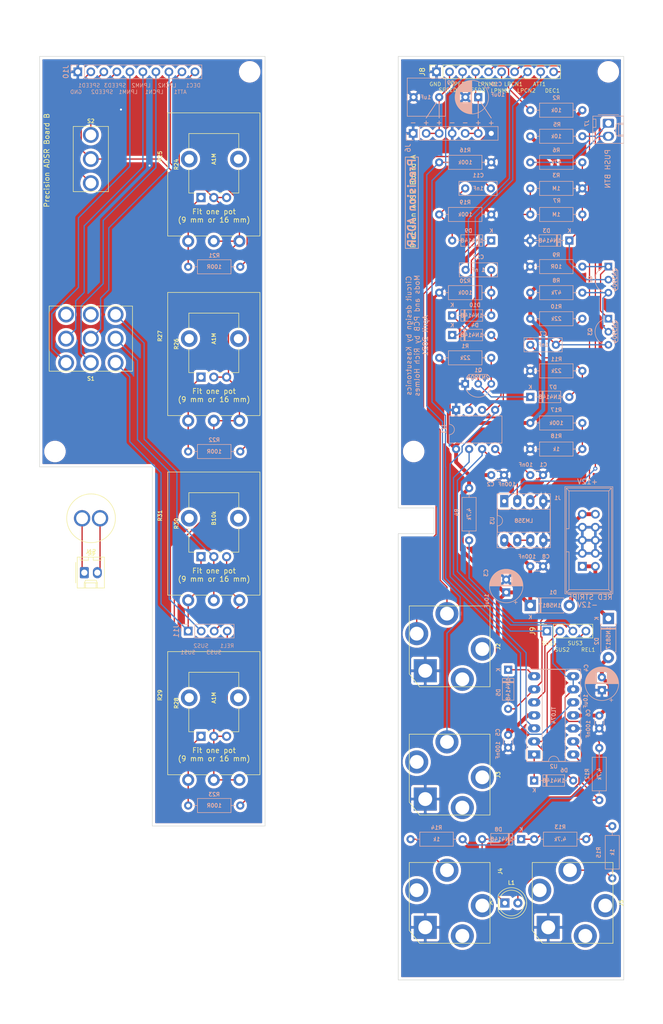
<source format=kicad_pcb>
(kicad_pcb (version 20171130) (host pcbnew 5.1.10-88a1d61d58~88~ubuntu20.04.1)
  (layers (0 F.Cu signal) (31 B.Cu signal) (34 B.Paste user) (35 F.Paste user) (36 B.SilkS user) (37 F.SilkS user) (38 B.Mask user) (39 F.Mask user) (44 Edge.Cuts user))
  (net 0 "")
  (net 1 GND)
  (net 2 +12V)
  (net 3 -12V)
  (net 4 /+12_IN)
  (net 5 /-12_IN)
  (net 6 GATE)
  (net 7 "Net-(C1-Pad1)")
  (net 8 "Net-(C11-Pad1)")
  (net 9 "Net-(D3-Pad1)")
  (net 10 "Net-(D5-Pad1)")
  (net 11 TRIG)
  (net 12 "Net-(L1-Pad2)")
  (net 13 "Net-(Q1-Pad3)")
  (net 14 ATT1)
  (net 15 THR)
  (net 16 "Net-(U3-Pad6)")
  (net 17 SPEED_3)
  (net 18 SPEED_1)
  (net 19 LOOP_NORM_2)
  (net 20 PUSH_2)
  (net 21 PUSH_1)
  (net 22 DEC1)
  (net 23 LOOP_CONN_1)
  (net 24 LOOP_NORM_1)
  (net 25 REL1)
  (net 26 SUS3)
  (net 27 SUS2)
  (net 28 SUS1)
  (net 29 DEC1_P)
  (net 30 ATT1_P)
  (net 31 LOOP_CONN_2_P)
  (net 32 LOOP_CONN_1_P)
  (net 33 LOOP_NORM_2_P)
  (net 34 LOOP_NORM_1_P)
  (net 35 SPEED_3_P)
  (net 36 SPEED_1_P)
  (net 37 REL1_P)
  (net 38 SUS3_P)
  (net 39 SUS2_P)
  (net 40 SUS1_P)
  (net 41 GND2)
  (net 42 "Net-(C12-Pad1)")
  (net 43 LOOP_CONN_2)
  (net 44 "/Pots, switches, misc/PUSH_2_P")
  (net 45 "/Pots, switches, misc/PUSH_1_P")
  (net 46 /TIN)
  (net 47 /GIN)
  (net 48 SUS2_S)
  (net 49 POTS)
  (net 50 POTS_P)
  (net 51 "Net-(C7-Pad1)")
  (net 52 "Net-(D4-Pad2)")
  (net 53 "Net-(D6-Pad1)")
  (net 54 "Net-(D8-Pad2)")
  (net 55 "Net-(D8-Pad1)")
  (net 56 "Net-(J4-PadT)")
  (net 57 "Net-(J5-PadT)")
  (net 58 "Net-(Q2-Pad1)")
  (net 59 "Net-(Q2-Pad3)")
  (net 60 "Net-(R17-Pad1)")
  (net 61 "Net-(R21-Pad1)")
  (net 62 "Net-(R22-Pad1)")
  (net 63 "Net-(R23-Pad1)")
  (net 64 "Net-(S1-Pad1)")
  (net 65 "Net-(S1-Pad4)")
  (module Connector_PinSocket_2.54mm:PinSocket_1x07_P2.54mm_Vertical (layer B.Cu) (at 88.9 35 270)
    (fp_text reference J6 (at 2.846 1.016 90) (layer B.SilkS) (effects (justify mirror)))
    (fp_text value Conn_01x07)
    (pad 7 thru_hole oval (at 0 -15.24 270) (size 1.7 1.7) (drill 1) (layers *.Cu *.Mask) (net 17 SPEED_3))
    (pad 6 thru_hole oval (at 0 -12.7 270) (size 1.7 1.7) (drill 1) (layers *.Cu *.Mask) (net 17 SPEED_3))
    (pad 5 thru_hole oval (at 0 -10.16 270) (size 1.7 1.7) (drill 1) (layers *.Cu *.Mask) (net 1 GND))
    (pad 4 thru_hole oval (at 0 -7.62 270) (size 1.7 1.7) (drill 1) (layers *.Cu *.Mask) (net 1 GND))
    (pad 3 thru_hole oval (at 0 -5.08 270) (size 1.7 1.7) (drill 1) (layers *.Cu *.Mask) (net 18 SPEED_1))
    (pad 2 thru_hole oval (at 0 -2.54 270) (size 1.7 1.7) (drill 1) (layers *.Cu *.Mask) (net 18 SPEED_1))
    (pad 1 thru_hole rect (at 0 0 270) (size 1.7 1.7) (drill 1) (layers *.Cu *.Mask) (net 1 GND))
  )
  (module ao_tht:DIP-8_W7.62mm_Socket_LongPads (layer B.Cu) (at 106.68 106.68 270)
    (fp_text reference U3 (at 3.81 2.33 90) (layer B.SilkS) (effects (font (size 0.75 0.75)) (justify mirror)))
    (fp_text value LM358)
    (fp_text user %V (at 3.81 -3.81 180) (layer B.SilkS) (effects (font (size 0.75 0.75)) (justify mirror)))
    (pad 8 thru_hole oval (at 7.62 0 270) (size 2.4 1.6) (drill 0.8) (layers *.Cu *.Mask) (net 2 +12V))
    (pad 4 thru_hole oval (at 0 -7.62 270) (size 2.4 1.6) (drill 0.8) (layers *.Cu *.Mask) (net 1 GND))
    (pad 7 thru_hole oval (at 7.62 -2.54 270) (size 2.4 1.6) (drill 0.8) (layers *.Cu *.Mask) (net 16 "Net-(U3-Pad6)"))
    (pad 3 thru_hole oval (at 0 -5.08 270) (size 2.4 1.6) (drill 0.8) (layers *.Cu *.Mask) (net 60 "Net-(R17-Pad1)"))
    (pad 6 thru_hole oval (at 7.62 -5.08 270) (size 2.4 1.6) (drill 0.8) (layers *.Cu *.Mask) (net 16 "Net-(U3-Pad6)"))
    (pad 2 thru_hole oval (at 0 -2.54 270) (size 2.4 1.6) (drill 0.8) (layers *.Cu *.Mask) (net 15 THR))
    (pad 5 thru_hole oval (at 7.62 -7.62 270) (size 2.4 1.6) (drill 0.8) (layers *.Cu *.Mask) (net 1 GND))
    (pad 1 thru_hole rect (at 0 0 270) (size 2.4 1.6) (drill 0.8) (layers *.Cu *.Mask) (net 23 LOOP_CONN_1))
  )
  (module precadsr-panel:precadsr-panel-holes (layer F.Cu) (at 108 110)
    (fp_text reference GRAF2 hide)
    (fp_text value "Panel holes" hide)
  )
  (module precadsr-panel:precadsr-panel-holes (layer F.Cu) (at 38 110)
    (fp_text reference GRAF1 hide)
    (fp_text value "Panel holes" hide)
  )
  (module ao_tht:CP_Radial_D6.3mm_P2.50mm (layer B.Cu) (at 101.6 27.94 180)
    (fp_text reference C10 (at -3.556 2.54) (layer B.SilkS) (effects (font (size 0.75 0.75)) (justify mirror)))
    (fp_text value 10uF)
    (fp_text user %V (at -3.81 0.508) (layer B.SilkS) (effects (font (size 0.75 0.75)) (justify mirror)))
    (pad 2 thru_hole circle (at 2.5 0 180) (size 1.6 1.6) (drill 0.8) (layers *.Cu *.Mask) (net 1 GND))
    (pad 1 thru_hole rect (at 0 0 180) (size 1.6 1.6) (drill 0.8) (layers *.Cu *.Mask) (net 17 SPEED_3))
  )
  (module ao_tht:3PDT-toggle-switch-1M-seriesx (layer F.Cu) (at 26 75 180)
    (fp_text reference S1 (at 0 -7.8) (layer F.SilkS) (effects (font (size 0.75 0.75))))
    (fp_text value SW_3PDT_x3)
    (pad 2 thru_hole circle (at 4.83 0 180) (size 3.1 3.1) (drill 2.1) (layers *.Cu *.Mask) (net 33 LOOP_NORM_2_P))
    (pad 3 thru_hole circle (at 4.83 -4.7 180) (size 3.1 3.1) (drill 2.1) (layers *.Cu *.Mask) (net 34 LOOP_NORM_1_P))
    (pad 1 thru_hole circle (at 4.83 4.7 180) (size 3.1 3.1) (drill 2.1) (layers *.Cu *.Mask) (net 64 "Net-(S1-Pad1)"))
    (pad 9 thru_hole circle (at -4.83 -4.7 180) (size 3.1 3.1) (drill 2.1) (layers *.Cu *.Mask) (net 40 SUS1_P))
    (pad 8 thru_hole circle (at -4.83 0 180) (size 3.1 3.1) (drill 2.1) (layers *.Cu *.Mask) (net 39 SUS2_P))
    (pad 7 thru_hole circle (at -4.83 4.7 180) (size 3.1 3.1) (drill 2.1) (layers *.Cu *.Mask) (net 48 SUS2_S))
    (pad 6 thru_hole circle (at 0 -4.7 180) (size 3.1 3.1) (drill 2.1) (layers *.Cu *.Mask) (net 32 LOOP_CONN_1_P))
    (pad 5 thru_hole circle (at 0 0 180) (size 3.1 3.1) (drill 2.1) (layers *.Cu *.Mask) (net 31 LOOP_CONN_2_P))
    (pad 4 thru_hole circle (at 0 4.7 180) (size 3.1 3.1) (drill 2.1) (layers *.Cu *.Mask) (net 65 "Net-(S1-Pad4)"))
  )
  (module Connector_PinHeader_2.54mm:PinHeader_1x04_P2.54mm_Vertical (layer B.Cu) (at 45 132 270)
    (fp_text reference J11 (at 0 2.33 90) (layer B.SilkS) (effects (justify mirror)))
    (fp_text value Conn_01x04)
    (pad 4 thru_hole oval (at 0 -7.62 270) (size 1.7 1.7) (drill 1) (layers *.Cu *.Mask) (net 37 REL1_P))
    (pad 3 thru_hole oval (at 0 -5.08 270) (size 1.7 1.7) (drill 1) (layers *.Cu *.Mask) (net 38 SUS3_P))
    (pad 2 thru_hole oval (at 0 -2.54 270) (size 1.7 1.7) (drill 1) (layers *.Cu *.Mask) (net 39 SUS2_P))
    (pad 1 thru_hole rect (at 0 0 270) (size 1.7 1.7) (drill 1) (layers *.Cu *.Mask) (net 40 SUS1_P))
  )
  (module ao_tht:R_Axial_DIN0207_L6.3mm_D2.5mm_P10.16mm_Horizontal (layer B.Cu) (at 121.92 71.12 180)
    (fp_text reference R10 (at 5.08 2.37) (layer B.SilkS) (effects (font (size 0.75 0.75)) (justify mirror)))
    (fp_text value 22k)
    (fp_text user %V (at 5.08 0) (layer B.SilkS) (effects (font (size 0.75 0.75)) (justify mirror)))
    (pad 1 thru_hole circle (at 0 0 180) (size 1.6 1.6) (drill 0.8) (layers *.Cu *.Mask) (net 6 GATE))
    (pad 2 thru_hole oval (at 10.16 0 180) (size 1.6 1.6) (drill 0.8) (layers *.Cu *.Mask) (net 2 +12V))
  )
  (module ao_tht:TO-92_Inline_Wide (layer B.Cu) (at 99.06 83.82)
    (fp_text reference Q1 (at 2.54 -2.667) (layer B.SilkS) (effects (font (size 0.75 0.75)) (justify mirror)))
    (fp_text value 2N3904)
    (fp_text user %V (at 2.54 -1.27) (layer B.SilkS) (effects (font (size 0.75 0.75)) (justify mirror)))
    (pad 1 thru_hole rect (at 0 0 270) (size 1.5 1.5) (drill 0.8) (layers *.Cu *.Mask) (net 1 GND))
    (pad 3 thru_hole circle (at 5.08 0 270) (size 1.5 1.5) (drill 0.8) (layers *.Cu *.Mask) (net 13 "Net-(Q1-Pad3)"))
    (pad 2 thru_hole circle (at 2.54 0 270) (size 1.5 1.5) (drill 0.8) (layers *.Cu *.Mask) (net 11 TRIG))
  )
  (module ao_tht:C_Rect_L7.2mm_W2.5mm_P5.00mm_FKS2_FKP2_MKS2_MKP2 (layer B.Cu) (at 99.06 45.72)
    (fp_text reference C11 (at 2.54 -2.54) (layer B.SilkS) (effects (font (size 0.75 0.75)) (justify mirror)))
    (fp_text value 1nF)
    (fp_text user %V (at 2.54 0) (layer B.SilkS) (effects (font (size 0.75 0.75)) (justify mirror)))
    (pad 2 thru_hole circle (at 5 0) (size 1.6 1.6) (drill 0.8) (layers *.Cu *.Mask) (net 46 /TIN))
    (pad 1 thru_hole circle (at 0 0) (size 1.6 1.6) (drill 0.8) (layers *.Cu *.Mask) (net 8 "Net-(C11-Pad1)"))
  )
  (module ao_tht:D_DO-35_SOD27_P7.62mm_Horizontal (layer B.Cu) (at 96.52 70.485)
    (fp_text reference D10 (at 4.445 -2.032 180) (layer B.SilkS) (effects (font (size 0.75 0.75)) (justify mirror)))
    (fp_text value 1N4148)
    (fp_text user K (at 0 -2.032 180) (layer B.SilkS) (effects (font (size 0.75 0.75)) (justify mirror)))
    (fp_text user %V (at 3.81 0 180) (layer B.SilkS) (effects (font (size 0.75 0.75)) (justify mirror)))
    (pad 2 thru_hole oval (at 7.62 0) (size 1.6 1.6) (drill 0.8) (layers *.Cu *.Mask) (net 42 "Net-(C12-Pad1)"))
    (pad 1 thru_hole rect (at 0 0) (size 1.6 1.6) (drill 0.8) (layers *.Cu *.Mask) (net 11 TRIG))
  )
  (module ao_tht:C_Rect_L7.2mm_W2.5mm_P5.00mm_FKS2_FKP2_MKS2_MKP2 (layer B.Cu) (at 104.14 61.595 180)
    (fp_text reference C12 (at 2.5 2.5 180) (layer B.SilkS) (effects (font (size 0.75 0.75)) (justify mirror)))
    (fp_text value "1 nF")
    (fp_text user %V (at 2.54 0 180) (layer B.SilkS) (effects (font (size 0.75 0.75)) (justify mirror)))
    (pad 2 thru_hole circle (at 5 0 180) (size 1.6 1.6) (drill 0.8) (layers *.Cu *.Mask) (net 43 LOOP_CONN_2))
    (pad 1 thru_hole circle (at 0 0 180) (size 1.6 1.6) (drill 0.8) (layers *.Cu *.Mask) (net 42 "Net-(C12-Pad1)"))
  )
  (module ao_tht:R_Axial_DIN0207_L6.3mm_D2.5mm_P10.16mm_Horizontal (layer B.Cu) (at 93.98 66.04)
    (fp_text reference R20 (at 5.08 -2.286 180) (layer B.SilkS) (effects (font (size 0.75 0.75)) (justify mirror)))
    (fp_text value 100k)
    (fp_text user %V (at 5.08 0 180) (layer B.SilkS) (effects (font (size 0.75 0.75)) (justify mirror)))
    (pad 1 thru_hole circle (at 0 0) (size 1.6 1.6) (drill 0.8) (layers *.Cu *.Mask) (net 1 GND))
    (pad 2 thru_hole oval (at 10.16 0) (size 1.6 1.6) (drill 0.8) (layers *.Cu *.Mask) (net 42 "Net-(C12-Pad1)"))
  )
  (module Connector_PinHeader_2.54mm:PinHeader_1x10_P2.54mm_Vertical (layer B.Cu) (at 23.46 23 270)
    (fp_text reference J10 (at 0 2.33 90) (layer B.SilkS) (effects (justify mirror)))
    (fp_text value Conn_01x10)
    (pad 10 thru_hole oval (at 0 -22.86 270) (size 1.7 1.7) (drill 1) (layers *.Cu *.Mask) (net 29 DEC1_P))
    (pad 9 thru_hole oval (at 0 -20.32 270) (size 1.7 1.7) (drill 1) (layers *.Cu *.Mask) (net 30 ATT1_P))
    (pad 8 thru_hole oval (at 0 -17.78 270) (size 1.7 1.7) (drill 1) (layers *.Cu *.Mask) (net 31 LOOP_CONN_2_P))
    (pad 7 thru_hole oval (at 0 -15.24 270) (size 1.7 1.7) (drill 1) (layers *.Cu *.Mask) (net 32 LOOP_CONN_1_P))
    (pad 6 thru_hole oval (at 0 -12.7 270) (size 1.7 1.7) (drill 1) (layers *.Cu *.Mask) (net 33 LOOP_NORM_2_P))
    (pad 5 thru_hole oval (at 0 -10.16 270) (size 1.7 1.7) (drill 1) (layers *.Cu *.Mask) (net 34 LOOP_NORM_1_P))
    (pad 4 thru_hole oval (at 0 -7.62 270) (size 1.7 1.7) (drill 1) (layers *.Cu *.Mask) (net 35 SPEED_3_P))
    (pad 3 thru_hole oval (at 0 -5.08 270) (size 1.7 1.7) (drill 1) (layers *.Cu *.Mask) (net 50 POTS_P))
    (pad 2 thru_hole oval (at 0 -2.54 270) (size 1.7 1.7) (drill 1) (layers *.Cu *.Mask) (net 36 SPEED_1_P))
    (pad 1 thru_hole rect (at 0 0 270) (size 1.7 1.7) (drill 1) (layers *.Cu *.Mask) (net 41 GND2))
  )
  (module Connector_PinSocket_2.54mm:PinSocket_1x10_P2.54mm_Vertical (layer F.Cu) (at 93.46 23 90)
    (fp_text reference J8 (at 0 -2.77 90) (layer F.SilkS))
    (fp_text value Conn_01x10)
    (pad 10 thru_hole oval (at 0 22.86 90) (size 1.7 1.7) (drill 1) (layers *.Cu *.Mask) (net 22 DEC1))
    (pad 9 thru_hole oval (at 0 20.32 90) (size 1.7 1.7) (drill 1) (layers *.Cu *.Mask) (net 14 ATT1))
    (pad 8 thru_hole oval (at 0 17.78 90) (size 1.7 1.7) (drill 1) (layers *.Cu *.Mask) (net 43 LOOP_CONN_2))
    (pad 7 thru_hole oval (at 0 15.24 90) (size 1.7 1.7) (drill 1) (layers *.Cu *.Mask) (net 23 LOOP_CONN_1))
    (pad 6 thru_hole oval (at 0 12.7 90) (size 1.7 1.7) (drill 1) (layers *.Cu *.Mask) (net 19 LOOP_NORM_2))
    (pad 5 thru_hole oval (at 0 10.16 90) (size 1.7 1.7) (drill 1) (layers *.Cu *.Mask) (net 24 LOOP_NORM_1))
    (pad 4 thru_hole oval (at 0 7.62 90) (size 1.7 1.7) (drill 1) (layers *.Cu *.Mask) (net 17 SPEED_3))
    (pad 3 thru_hole oval (at 0 5.08 90) (size 1.7 1.7) (drill 1) (layers *.Cu *.Mask) (net 49 POTS))
    (pad 2 thru_hole oval (at 0 2.54 90) (size 1.7 1.7) (drill 1) (layers *.Cu *.Mask) (net 18 SPEED_1))
    (pad 1 thru_hole rect (at 0 0 90) (size 1.7 1.7) (drill 1) (layers *.Cu *.Mask) (net 1 GND))
  )
  (module ao_tht:MountingHole_3.2mm_M3 (layer F.Cu) (at 19 97)
    (fp_text reference H4 hide)
    (fp_text value MountingHole)
    (pad 1 np_thru_hole circle (at 0 0) (size 3.2 3.2) (drill 3.2) (layers *.Cu *.Mask))
  )
  (module ao_tht:MountingHole_3.2mm_M3 (layer F.Cu) (at 57 23)
    (fp_text reference H2 hide)
    (fp_text value MountingHole)
    (pad 1 np_thru_hole circle (at 0 0) (size 3.2 3.2) (drill 3.2) (layers *.Cu *.Mask))
  )
  (module ao_tht:MountingHole_3.2mm_M3 (layer F.Cu) (at 89 97)
    (fp_text reference H3 hide)
    (fp_text value MountingHole)
    (pad 1 np_thru_hole circle (at 0 0) (size 3.2 3.2) (drill 3.2) (layers *.Cu *.Mask))
  )
  (module ao_tht:MountingHole_3.2mm_M3 (layer F.Cu) (at 127 23)
    (fp_text reference H1 hide)
    (fp_text value MountingHole)
    (pad 1 np_thru_hole circle (at 0 0) (size 3.2 3.2) (drill 3.2) (layers *.Cu *.Mask))
  )
  (module ao_tht:R_Axial_DIN0207_L6.3mm_D2.5mm_P10.16mm_Horizontal (layer B.Cu) (at 45 97)
    (fp_text reference R22 (at 5.08 -2.258) (layer B.SilkS) (effects (font (size 0.75 0.75)) (justify mirror)))
    (fp_text value 100R)
    (fp_text user %V (at 5.08 0) (layer B.SilkS) (effects (font (size 0.75 0.75)) (justify mirror)))
    (pad 1 thru_hole circle (at 0 0) (size 1.6 1.6) (drill 0.8) (layers *.Cu *.Mask) (net 62 "Net-(R22-Pad1)"))
    (pad 2 thru_hole oval (at 10.16 0) (size 1.6 1.6) (drill 0.8) (layers *.Cu *.Mask) (net 29 DEC1_P))
  )
  (module ao_tht:R_Axial_DIN0207_L6.3mm_D2.5mm_P10.16mm_Horizontal (layer B.Cu) (at 45 166)
    (fp_text reference R23 (at 5.08 -2.17) (layer B.SilkS) (effects (font (size 0.75 0.75)) (justify mirror)))
    (fp_text value 100R)
    (fp_text user %V (at 5.08 0) (layer B.SilkS) (effects (font (size 0.75 0.75)) (justify mirror)))
    (pad 1 thru_hole circle (at 0 0) (size 1.6 1.6) (drill 0.8) (layers *.Cu *.Mask) (net 63 "Net-(R23-Pad1)"))
    (pad 2 thru_hole oval (at 10.16 0) (size 1.6 1.6) (drill 0.8) (layers *.Cu *.Mask) (net 37 REL1_P))
  )
  (module ao_tht:R_Axial_DIN0207_L6.3mm_D2.5mm_P10.16mm_Horizontal (layer B.Cu) (at 45 61)
    (fp_text reference R21 (at 5.08 -2.199) (layer B.SilkS) (effects (font (size 0.75 0.75)) (justify mirror)))
    (fp_text value 100R)
    (fp_text user %V (at 5.08 0) (layer B.SilkS) (effects (font (size 0.75 0.75)) (justify mirror)))
    (pad 1 thru_hole circle (at 0 0) (size 1.6 1.6) (drill 0.8) (layers *.Cu *.Mask) (net 61 "Net-(R21-Pad1)"))
    (pad 2 thru_hole oval (at 10.16 0) (size 1.6 1.6) (drill 0.8) (layers *.Cu *.Mask) (net 30 ATT1_P))
  )
  (module Connector_PinSocket_2.54mm:PinSocket_1x04_P2.54mm_Vertical (layer F.Cu) (at 115 132 90)
    (fp_text reference J9 (at 0 -2.77 90) (layer F.SilkS))
    (fp_text value Conn_01x04)
    (pad 4 thru_hole oval (at 0 7.62 90) (size 1.7 1.7) (drill 1) (layers *.Cu *.Mask) (net 25 REL1))
    (pad 3 thru_hole oval (at 0 5.08 90) (size 1.7 1.7) (drill 1) (layers *.Cu *.Mask) (net 26 SUS3))
    (pad 2 thru_hole oval (at 0 2.54 90) (size 1.7 1.7) (drill 1) (layers *.Cu *.Mask) (net 27 SUS2))
    (pad 1 thru_hole rect (at 0 0 90) (size 1.7 1.7) (drill 1) (layers *.Cu *.Mask) (net 28 SUS1))
  )
  (module ao_tht:SPDT-toggle-switch-1M-series (layer F.Cu) (at 26 40)
    (fp_text reference S2 (at 0 -7.4) (layer F.SilkS) (effects (font (size 0.75 0.75))))
    (fp_text value SW_SPDT)
    (pad 1 thru_hole circle (at 0 4.7) (size 3.1 3.1) (drill 2.1) (layers *.Cu *.Mask) (net 36 SPEED_1_P))
    (pad 3 thru_hole circle (at 0 -4.7) (size 3.1 3.1) (drill 2.1) (layers *.Cu *.Mask) (net 35 SPEED_3_P))
    (pad 2 thru_hole circle (at 0 0) (size 3.1 3.1) (drill 2.1) (layers *.Cu *.Mask) (net 50 POTS_P))
  )
  (module ao_tht:Push_button_A-5050 (layer F.Cu) (at 26.045 110.015 180)
    (fp_text reference S3 (at 0 -6.858) (layer F.SilkS) (effects (font (size 0.75 0.75))))
    (fp_text value SW_Push)
    (pad 1 thru_hole circle (at -1.75 0 180) (size 3.2 3.2) (drill 2.3) (layers *.Cu *.Mask) (net 44 "/Pots, switches, misc/PUSH_2_P"))
    (pad 2 thru_hole circle (at 1.75 0 180) (size 3.2 3.2) (drill 2.3) (layers *.Cu *.Mask) (net 45 "/Pots, switches, misc/PUSH_1_P"))
  )
  (module ao_tht:Potentiometer_Alpha_RD901F-40-00D_Single_Vertical_CircularHoles_centered (layer F.Cu) (at 50 110 90)
    (fp_text reference R30 (at -1.05 -7.3 270) (layer F.SilkS) (effects (font (size 0.75 0.75))))
    (fp_text value B10k)
    (pad "" thru_hole circle (at 0 -4.8 180) (size 3.24 3.24) (drill 1.8) (layers *.Cu *.Mask))
    (pad "" thru_hole circle (at 0 4.8 180) (size 3.24 3.24) (drill 1.8) (layers *.Cu *.Mask))
    (pad 3 thru_hole circle (at -7.5 2.5 180) (size 1.8 1.8) (drill 1) (layers *.Cu *.Mask) (net 38 SUS3_P))
    (pad 2 thru_hole circle (at -7.5 0 180) (size 1.8 1.8) (drill 1) (layers *.Cu *.Mask) (net 48 SUS2_S))
    (pad 1 thru_hole rect (at -7.5 -2.5 180) (size 1.8 1.8) (drill 1) (layers *.Cu *.Mask) (net 40 SUS1_P))
  )
  (module ao_tht:Potentiometer_Alpha_RD901F-40-00D_Single_Vertical_CircularHoles_centered (layer F.Cu) (at 50 75 90)
    (fp_text reference R26 (at -1.05 -7.3 270) (layer F.SilkS) (effects (font (size 0.75 0.75))))
    (fp_text value A1M)
    (pad "" thru_hole circle (at 0 -4.8 180) (size 3.24 3.24) (drill 1.8) (layers *.Cu *.Mask))
    (pad "" thru_hole circle (at 0 4.8 180) (size 3.24 3.24) (drill 1.8) (layers *.Cu *.Mask))
    (pad 3 thru_hole circle (at -7.5 2.5 180) (size 1.8 1.8) (drill 1) (layers *.Cu *.Mask) (net 50 POTS_P))
    (pad 2 thru_hole circle (at -7.5 0 180) (size 1.8 1.8) (drill 1) (layers *.Cu *.Mask) (net 50 POTS_P))
    (pad 1 thru_hole rect (at -7.5 -2.5 180) (size 1.8 1.8) (drill 1) (layers *.Cu *.Mask) (net 62 "Net-(R22-Pad1)"))
  )
  (module ao_tht:Potentiometer_Alpha_RD901F-40-00D_Single_Vertical_CircularHoles_centered (layer F.Cu) (at 50 145 90)
    (fp_text reference R28 (at -1.05 -7.3 270) (layer F.SilkS) (effects (font (size 0.75 0.75))))
    (fp_text value A1M)
    (pad "" thru_hole circle (at 0 -4.8 180) (size 3.24 3.24) (drill 1.8) (layers *.Cu *.Mask))
    (pad "" thru_hole circle (at 0 4.8 180) (size 3.24 3.24) (drill 1.8) (layers *.Cu *.Mask))
    (pad 3 thru_hole circle (at -7.5 2.5 180) (size 1.8 1.8) (drill 1) (layers *.Cu *.Mask) (net 50 POTS_P))
    (pad 2 thru_hole circle (at -7.5 0 180) (size 1.8 1.8) (drill 1) (layers *.Cu *.Mask) (net 50 POTS_P))
    (pad 1 thru_hole rect (at -7.5 -2.5 180) (size 1.8 1.8) (drill 1) (layers *.Cu *.Mask) (net 63 "Net-(R23-Pad1)"))
  )
  (module ao_tht:Potentiometer_Alpha_RD901F-40-00D_Single_Vertical_CircularHoles_centered (layer F.Cu) (at 50 40 90)
    (fp_text reference R24 (at -1.05 -7.3 270) (layer F.SilkS) (effects (font (size 0.75 0.75))))
    (fp_text value A1M)
    (pad "" thru_hole circle (at 0 -4.8 180) (size 3.24 3.24) (drill 1.8) (layers *.Cu *.Mask))
    (pad "" thru_hole circle (at 0 4.8 180) (size 3.24 3.24) (drill 1.8) (layers *.Cu *.Mask))
    (pad 3 thru_hole circle (at -7.5 2.5 180) (size 1.8 1.8) (drill 1) (layers *.Cu *.Mask) (net 50 POTS_P))
    (pad 2 thru_hole circle (at -7.5 0 180) (size 1.8 1.8) (drill 1) (layers *.Cu *.Mask) (net 50 POTS_P))
    (pad 1 thru_hole rect (at -7.5 -2.5 180) (size 1.8 1.8) (drill 1) (layers *.Cu *.Mask) (net 61 "Net-(R21-Pad1)"))
  )
  (module ao_tht:Molex_KK-254_AE-6410-02A_1x02_P2.54mm_Vertical (layer F.Cu) (at 24.728 120.617)
    (fp_text reference J12 (at 1.27 -4.12) (layer F.SilkS) (effects (font (size 0.75 0.75))))
    (fp_text value 2_pin_Molex_connector)
    (pad 2 thru_hole oval (at 2.54 0) (size 1.74 2.2) (drill 1.2) (layers *.Cu *.Mask) (net 44 "/Pots, switches, misc/PUSH_2_P"))
    (pad 1 thru_hole roundrect (at 0 0) (size 1.74 2.2) (drill 1.2) (layers *.Cu *.Mask) (roundrect_rratio 0.143678) (net 45 "/Pots, switches, misc/PUSH_1_P"))
  )
  (module ao_tht:Molex_KK-254_AE-6410-02A_1x02_P2.54mm_Vertical (layer B.Cu) (at 127 33.02 270)
    (fp_text reference J7 (at 0 4.191 90) (layer B.SilkS) (effects (font (size 0.75 0.75)) (justify mirror)))
    (fp_text value 2_pin_Molex_header)
    (pad 2 thru_hole oval (at 2.54 0 270) (size 1.74 2.2) (drill 1.2) (layers *.Cu *.Mask) (net 20 PUSH_2))
    (pad 1 thru_hole roundrect (at 0 0 270) (size 1.74 2.2) (drill 1.2) (layers *.Cu *.Mask) (roundrect_rratio 0.143678) (net 21 PUSH_1))
  )
  (module ao_tht:R_Axial_DIN0207_L6.3mm_D2.5mm_P10.16mm_Horizontal (layer B.Cu) (at 93.98 78.74)
    (fp_text reference R1 (at 5.08 -2.286) (layer B.SilkS) (effects (font (size 0.75 0.75)) (justify mirror)))
    (fp_text value 22k)
    (fp_text user %V (at 5.08 0) (layer B.SilkS) (effects (font (size 0.75 0.75)) (justify mirror)))
    (pad 1 thru_hole circle (at 0 0) (size 1.6 1.6) (drill 0.8) (layers *.Cu *.Mask) (net 2 +12V))
    (pad 2 thru_hole oval (at 10.16 0) (size 1.6 1.6) (drill 0.8) (layers *.Cu *.Mask) (net 13 "Net-(Q1-Pad3)"))
  )
  (module ao_tht:Jack_6.35mm_PJ_629HAN (layer F.Cu) (at 96 185 270)
    (fp_text reference J4 (at -6.184 -9.918 90) (layer F.SilkS) (effects (font (size 0.75 0.75))))
    (fp_text value AudioJack2)
    (pad RN thru_hole circle (at 6.4 -2.5 270) (size 4.500001 4.500001) (drill 2.7) (layers *.Cu *.Mask))
    (pad TN thru_hole circle (at -2.5 6.4 270) (size 4.5 4.5) (drill 2.7) (layers *.Cu *.Mask))
    (pad R thru_hole circle (at 0.5 -6.4 270) (size 4.500001 4.500001) (drill 2.7) (layers *.Cu *.Mask))
    (pad S thru_hole rect (at 4.74 4.74 270) (size 4.500001 4.500001) (drill 2.7) (layers *.Cu *.Mask) (net 1 GND))
    (pad T thru_hole circle (at -6.4 0.5 270) (size 4.5 4.5) (drill 2.7) (layers *.Cu *.Mask) (net 56 "Net-(J4-PadT)"))
  )
  (module ao_tht:R_Axial_DIN0207_L6.3mm_D2.5mm_P10.16mm_Horizontal (layer B.Cu) (at 111.76 81.28)
    (fp_text reference R11 (at 5.095 -2.268) (layer B.SilkS) (effects (font (size 0.75 0.75)) (justify mirror)))
    (fp_text value 22k)
    (fp_text user %V (at 5.08 0) (layer B.SilkS) (effects (font (size 0.75 0.75)) (justify mirror)))
    (pad 1 thru_hole circle (at 0 0) (size 1.6 1.6) (drill 0.8) (layers *.Cu *.Mask) (net 1 GND))
    (pad 2 thru_hole oval (at 10.16 0) (size 1.6 1.6) (drill 0.8) (layers *.Cu *.Mask) (net 51 "Net-(C7-Pad1)"))
  )
  (module ao_tht:D_DO-35_SOD27_P7.62mm_Horizontal (layer B.Cu) (at 111.76 86.36)
    (fp_text reference D7 (at 4.445 -1.887) (layer B.SilkS) (effects (font (size 0.75 0.75)) (justify mirror)))
    (fp_text value 1N4148)
    (fp_text user K (at 0 -1.905) (layer B.SilkS) (effects (font (size 0.75 0.75)) (justify mirror)))
    (fp_text user %V (at 3.81 0) (layer B.SilkS) (effects (font (size 0.75 0.75)) (justify mirror)))
    (pad 2 thru_hole oval (at 7.62 0) (size 1.6 1.6) (drill 0.8) (layers *.Cu *.Mask) (net 51 "Net-(C7-Pad1)"))
    (pad 1 thru_hole rect (at 0 0) (size 1.6 1.6) (drill 0.8) (layers *.Cu *.Mask) (net 11 TRIG))
  )
  (module ao_tht:C_Disc_D3.0mm_W1.6mm_P2.50mm (layer B.Cu) (at 125.22 150.97 90)
    (fp_text reference C6 (at 3.015 -2.157 90) (layer B.SilkS) (effects (font (size 0.75 0.75)) (justify mirror)))
    (fp_text value 100nF)
    (fp_text user %V (at -0.16 -2.157 90) (layer B.SilkS) (effects (font (size 0.75 0.75)) (justify mirror)))
    (pad 2 thru_hole circle (at 2.5 0 90) (size 1.6 1.6) (drill 0.8) (layers *.Cu *.Mask) (net 3 -12V))
    (pad 1 thru_hole circle (at 0 0 90) (size 1.6 1.6) (drill 0.8) (layers *.Cu *.Mask) (net 1 GND))
  )
  (module ao_tht:R_Axial_DIN0207_L6.3mm_D2.5mm_P10.16mm_Horizontal (layer B.Cu) (at 121.92 50.8 180)
    (fp_text reference R7 (at 4.968 2.667) (layer B.SilkS) (effects (font (size 0.75 0.75)) (justify mirror)))
    (fp_text value 1M)
    (fp_text user %V (at 5.08 0) (layer B.SilkS) (effects (font (size 0.75 0.75)) (justify mirror)))
    (pad 1 thru_hole circle (at 0 0 180) (size 1.6 1.6) (drill 0.8) (layers *.Cu *.Mask) (net 9 "Net-(D3-Pad1)"))
    (pad 2 thru_hole oval (at 10.16 0 180) (size 1.6 1.6) (drill 0.8) (layers *.Cu *.Mask) (net 47 /GIN))
  )
  (module ao_tht:D_DO-35_SOD27_P7.62mm_Horizontal (layer B.Cu) (at 112.52 161.13)
    (fp_text reference D6 (at 5.844 -1.999) (layer B.SilkS) (effects (font (size 0.75 0.75)) (justify mirror)))
    (fp_text value 1N4148)
    (fp_text user K (at 0 1.905) (layer B.SilkS) (effects (font (size 0.75 0.75)) (justify mirror)))
    (fp_text user %V (at 3.81 0) (layer B.SilkS) (effects (font (size 0.75 0.75)) (justify mirror)))
    (pad 2 thru_hole oval (at 7.62 0) (size 1.6 1.6) (drill 0.8) (layers *.Cu *.Mask) (net 25 REL1))
    (pad 1 thru_hole rect (at 0 0) (size 1.6 1.6) (drill 0.8) (layers *.Cu *.Mask) (net 53 "Net-(D6-Pad1)"))
  )
  (module ao_tht:TO-92_Inline_Wide (layer B.Cu) (at 127 71.12 270)
    (fp_text reference Q3 (at 2.54 3.56 90) (layer B.SilkS) (effects (font (size 0.75 0.75)) (justify mirror)))
    (fp_text value 2N3904)
    (fp_text user %V (at 2.54 -1.27 90) (layer B.SilkS) (effects (font (size 0.75 0.75)) (justify mirror)))
    (pad 1 thru_hole rect (at 0 0 180) (size 1.5 1.5) (drill 0.8) (layers *.Cu *.Mask) (net 58 "Net-(Q2-Pad1)"))
    (pad 3 thru_hole circle (at 5.08 0 180) (size 1.5 1.5) (drill 0.8) (layers *.Cu *.Mask) (net 6 GATE))
    (pad 2 thru_hole circle (at 2.54 0 180) (size 1.5 1.5) (drill 0.8) (layers *.Cu *.Mask) (net 59 "Net-(Q2-Pad3)"))
  )
  (module ao_tht:D_DO-35_SOD27_P7.62mm_Horizontal (layer B.Cu) (at 107.44 139.54 270)
    (fp_text reference D5 (at 4.445 1.905 90) (layer B.SilkS) (effects (font (size 0.75 0.75)) (justify mirror)))
    (fp_text value 1N4148)
    (fp_text user K (at 0 1.905 90) (layer B.SilkS) (effects (font (size 0.75 0.75)) (justify mirror)))
    (fp_text user %V (at 3.81 0 90) (layer B.SilkS) (effects (font (size 0.75 0.75)) (justify mirror)))
    (pad 2 thru_hole oval (at 7.62 0 270) (size 1.6 1.6) (drill 0.8) (layers *.Cu *.Mask) (net 22 DEC1))
    (pad 1 thru_hole rect (at 0 0 270) (size 1.6 1.6) (drill 0.8) (layers *.Cu *.Mask) (net 10 "Net-(D5-Pad1)"))
  )
  (module ao_tht:R_Axial_DIN0207_L6.3mm_D2.5mm_P10.16mm_Horizontal (layer B.Cu) (at 111.76 60.96)
    (fp_text reference R9 (at 5.08 -2.268) (layer B.SilkS) (effects (font (size 0.75 0.75)) (justify mirror)))
    (fp_text value 10R)
    (fp_text user %V (at 5.08 0) (layer B.SilkS) (effects (font (size 0.75 0.75)) (justify mirror)))
    (pad 1 thru_hole circle (at 0 0) (size 1.6 1.6) (drill 0.8) (layers *.Cu *.Mask) (net 1 GND))
    (pad 2 thru_hole oval (at 10.16 0) (size 1.6 1.6) (drill 0.8) (layers *.Cu *.Mask) (net 58 "Net-(Q2-Pad1)"))
  )
  (module ao_tht:R_Axial_DIN0207_L6.3mm_D2.5mm_P10.16mm_Horizontal (layer B.Cu) (at 121.92 66.04 180)
    (fp_text reference R8 (at 5.08 2.37) (layer B.SilkS) (effects (font (size 0.75 0.75)) (justify mirror)))
    (fp_text value 47k)
    (fp_text user %V (at 5.08 0) (layer B.SilkS) (effects (font (size 0.75 0.75)) (justify mirror)))
    (pad 1 thru_hole circle (at 0 0 180) (size 1.6 1.6) (drill 0.8) (layers *.Cu *.Mask) (net 59 "Net-(Q2-Pad3)"))
    (pad 2 thru_hole oval (at 10.16 0 180) (size 1.6 1.6) (drill 0.8) (layers *.Cu *.Mask) (net 2 +12V))
  )
  (module Package_DIP:DIP-8_W7.62mm (layer B.Cu) (at 97.28 88.9 270)
    (fp_text reference U1 (at 3.81 2.33 90) (layer B.SilkS) (effects (justify mirror)))
    (fp_text value ICM7555xP)
    (pad 8 thru_hole oval (at 7.62 0 270) (size 1.6 1.6) (drill 0.8) (layers *.Cu *.Mask) (net 2 +12V))
    (pad 4 thru_hole oval (at 0 -7.62 270) (size 1.6 1.6) (drill 0.8) (layers *.Cu *.Mask) (net 6 GATE))
    (pad 7 thru_hole oval (at 7.62 -2.54 270) (size 1.6 1.6) (drill 0.8) (layers *.Cu *.Mask) (net 28 SUS1))
    (pad 3 thru_hole oval (at 0 -5.08 270) (size 1.6 1.6) (drill 0.8) (layers *.Cu *.Mask) (net 52 "Net-(D4-Pad2)"))
    (pad 6 thru_hole oval (at 7.62 -5.08 270) (size 1.6 1.6) (drill 0.8) (layers *.Cu *.Mask) (net 15 THR))
    (pad 2 thru_hole oval (at 0 -2.54 270) (size 1.6 1.6) (drill 0.8) (layers *.Cu *.Mask) (net 13 "Net-(Q1-Pad3)"))
    (pad 5 thru_hole oval (at 7.62 -7.62 270) (size 1.6 1.6) (drill 0.8) (layers *.Cu *.Mask) (net 7 "Net-(C1-Pad1)"))
    (pad 1 thru_hole rect (at 0 0 270) (size 1.6 1.6) (drill 0.8) (layers *.Cu *.Mask) (net 1 GND))
  )
  (module ao_tht:D_DO-35_SOD27_P7.62mm_Horizontal (layer B.Cu) (at 104.14 55.88 180)
    (fp_text reference D9 (at 4.445 1.905) (layer B.SilkS) (effects (font (size 0.75 0.75)) (justify mirror)))
    (fp_text value 1N4148)
    (fp_text user K (at 0 1.905) (layer B.SilkS) (effects (font (size 0.75 0.75)) (justify mirror)))
    (fp_text user %V (at 3.81 0) (layer B.SilkS) (effects (font (size 0.75 0.75)) (justify mirror)))
    (pad 2 thru_hole oval (at 7.62 0 180) (size 1.6 1.6) (drill 0.8) (layers *.Cu *.Mask) (net 8 "Net-(C11-Pad1)"))
    (pad 1 thru_hole rect (at 0 0 180) (size 1.6 1.6) (drill 0.8) (layers *.Cu *.Mask) (net 11 TRIG))
  )
  (module ao_tht:R_Axial_DIN0207_L6.3mm_D2.5mm_P10.16mm_Horizontal (layer B.Cu) (at 104.14 50.8 180)
    (fp_text reference R19 (at 5.08 2.37) (layer B.SilkS) (effects (font (size 0.75 0.75)) (justify mirror)))
    (fp_text value 100k)
    (fp_text user %V (at 5.08 0) (layer B.SilkS) (effects (font (size 0.75 0.75)) (justify mirror)))
    (pad 1 thru_hole circle (at 0 0 180) (size 1.6 1.6) (drill 0.8) (layers *.Cu *.Mask) (net 1 GND))
    (pad 2 thru_hole oval (at 10.16 0 180) (size 1.6 1.6) (drill 0.8) (layers *.Cu *.Mask) (net 8 "Net-(C11-Pad1)"))
  )
  (module ao_tht:R_Axial_DIN0207_L6.3mm_D2.5mm_P10.16mm_Horizontal (layer B.Cu) (at 111.76 96.52)
    (fp_text reference R18 (at 5.08 -2.54) (layer B.SilkS) (effects (font (size 0.75 0.75)) (justify mirror)))
    (fp_text value 1k)
    (fp_text user %V (at 5.08 0) (layer B.SilkS) (effects (font (size 0.75 0.75)) (justify mirror)))
    (pad 1 thru_hole circle (at 0 0) (size 1.6 1.6) (drill 0.8) (layers *.Cu *.Mask) (net 1 GND))
    (pad 2 thru_hole oval (at 10.16 0) (size 1.6 1.6) (drill 0.8) (layers *.Cu *.Mask) (net 60 "Net-(R17-Pad1)"))
  )
  (module ao_tht:R_Axial_DIN0207_L6.3mm_D2.5mm_P10.16mm_Horizontal (layer B.Cu) (at 104.14 40.64 180)
    (fp_text reference R16 (at 5.08 2.37) (layer B.SilkS) (effects (font (size 0.75 0.75)) (justify mirror)))
    (fp_text value 100k)
    (fp_text user %V (at 5.08 0) (layer B.SilkS) (effects (font (size 0.75 0.75)) (justify mirror)))
    (pad 1 thru_hole circle (at 0 0 180) (size 1.6 1.6) (drill 0.8) (layers *.Cu *.Mask) (net 1 GND))
    (pad 2 thru_hole oval (at 10.16 0 180) (size 1.6 1.6) (drill 0.8) (layers *.Cu *.Mask) (net 46 /TIN))
  )
  (module ao_tht:D_DO-35_SOD27_P7.62mm_Horizontal (layer B.Cu) (at 119.38 55.88 180)
    (fp_text reference D3 (at 4.445 1.905) (layer B.SilkS) (effects (font (size 0.75 0.75)) (justify mirror)))
    (fp_text value 1N4148)
    (fp_text user K (at 0 1.905) (layer B.SilkS) (effects (font (size 0.75 0.75)) (justify mirror)))
    (fp_text user %V (at 3.81 0) (layer B.SilkS) (effects (font (size 0.75 0.75)) (justify mirror)))
    (pad 2 thru_hole oval (at 7.62 0 180) (size 1.6 1.6) (drill 0.8) (layers *.Cu *.Mask) (net 1 GND))
    (pad 1 thru_hole rect (at 0 0 180) (size 1.6 1.6) (drill 0.8) (layers *.Cu *.Mask) (net 9 "Net-(D3-Pad1)"))
  )
  (module ao_tht:C_Rect_L7.2mm_W2.5mm_P5.00mm_FKS2_FKP2_MKS2_MKP2 (layer B.Cu) (at 111.76 76.2)
    (fp_text reference C7 (at 2.5 -2.141) (layer B.SilkS) (effects (font (size 0.75 0.75)) (justify mirror)))
    (fp_text value 1nF)
    (fp_text user %V (at 2.54 0) (layer B.SilkS) (effects (font (size 0.75 0.75)) (justify mirror)))
    (pad 2 thru_hole circle (at 5 0) (size 1.6 1.6) (drill 0.8) (layers *.Cu *.Mask) (net 6 GATE))
    (pad 1 thru_hole circle (at 0 0) (size 1.6 1.6) (drill 0.8) (layers *.Cu *.Mask) (net 51 "Net-(C7-Pad1)"))
  )
  (module ao_tht:TO-92_Inline_Wide (layer B.Cu) (at 127 60.96 270)
    (fp_text reference Q2 (at 2.54 3.56 90) (layer B.SilkS) (effects (font (size 0.75 0.75)) (justify mirror)))
    (fp_text value 2N3904)
    (fp_text user %V (at 2.54 -1.27 90) (layer B.SilkS) (effects (font (size 0.75 0.75)) (justify mirror)))
    (pad 1 thru_hole rect (at 0 0 180) (size 1.5 1.5) (drill 0.8) (layers *.Cu *.Mask) (net 58 "Net-(Q2-Pad1)"))
    (pad 3 thru_hole circle (at 5.08 0 180) (size 1.5 1.5) (drill 0.8) (layers *.Cu *.Mask) (net 59 "Net-(Q2-Pad3)"))
    (pad 2 thru_hole circle (at 2.54 0 180) (size 1.5 1.5) (drill 0.8) (layers *.Cu *.Mask) (net 9 "Net-(D3-Pad1)"))
  )
  (module ao_tht:R_Axial_DIN0207_L6.3mm_D2.5mm_P10.16mm_Horizontal (layer B.Cu) (at 121.92 91.44 180)
    (fp_text reference R17 (at 5.08 2.54) (layer B.SilkS) (effects (font (size 0.75 0.75)) (justify mirror)))
    (fp_text value 100k)
    (fp_text user %V (at 5.08 0) (layer B.SilkS) (effects (font (size 0.75 0.75)) (justify mirror)))
    (pad 1 thru_hole circle (at 0 0 180) (size 1.6 1.6) (drill 0.8) (layers *.Cu *.Mask) (net 60 "Net-(R17-Pad1)"))
    (pad 2 thru_hole oval (at 10.16 0 180) (size 1.6 1.6) (drill 0.8) (layers *.Cu *.Mask) (net 2 +12V))
  )
  (module ao_tht:CP_Radial_D6.3mm_P2.50mm (layer B.Cu) (at 107.061 124.46 90)
    (fp_text reference C3 (at 3.81 -3.937 90) (layer B.SilkS) (effects (font (size 0.75 0.75)) (justify mirror)))
    (fp_text value 10uF)
    (fp_text user %V (at -1.651 -3.81 90) (layer B.SilkS) (effects (font (size 0.75 0.75)) (justify mirror)))
    (pad 2 thru_hole circle (at 2.5 0 90) (size 1.6 1.6) (drill 0.8) (layers *.Cu *.Mask) (net 1 GND))
    (pad 1 thru_hole rect (at 0 0 90) (size 1.6 1.6) (drill 0.8) (layers *.Cu *.Mask) (net 2 +12V))
  )
  (module ao_tht:Potentiometer_Alpha_16mm_Single_Vertical (layer F.Cu) (at 50 110 90)
    (fp_text reference R31 (at 0.5 -10.5 90) (layer F.SilkS) (effects (font (size 0.75 0.75))))
    (fp_text value B10k)
    (fp_text user %V (at 0 0 90) (layer F.SilkS) (effects (font (size 0.75 0.75))))
    (pad 3 thru_hole circle (at -16 5 90) (size 2.34 2.34) (drill 1.3) (layers *.Cu *.Mask) (net 38 SUS3_P))
    (pad 2 thru_hole circle (at -16 0 90) (size 2.34 2.34) (drill 1.3) (layers *.Cu *.Mask) (net 48 SUS2_S))
    (pad 1 thru_hole circle (at -16 -5 90) (size 2.34 2.34) (drill 1.3) (layers *.Cu *.Mask) (net 40 SUS1_P))
  )
  (module ao_tht:CP_Radial_D6.3mm_P2.50mm (layer B.Cu) (at 125.73 143.51 90)
    (fp_text reference C4 (at 4.318 -3.048 90) (layer B.SilkS) (effects (font (size 0.75 0.75)) (justify mirror)))
    (fp_text value 10uF)
    (fp_text user %V (at -2.159 -3.175 90) (layer B.SilkS) (effects (font (size 0.75 0.75)) (justify mirror)))
    (pad 2 thru_hole circle (at 2.5 0 90) (size 1.6 1.6) (drill 0.8) (layers *.Cu *.Mask) (net 3 -12V))
    (pad 1 thru_hole rect (at 0 0 90) (size 1.6 1.6) (drill 0.8) (layers *.Cu *.Mask) (net 1 GND))
  )
  (module ao_tht:R_Axial_DIN0207_L6.3mm_D2.5mm_P10.16mm_Horizontal (layer B.Cu) (at 111.76 30.48)
    (fp_text reference R2 (at 5.08 -2.413) (layer B.SilkS) (effects (font (size 0.75 0.75)) (justify mirror)))
    (fp_text value 10k)
    (fp_text user %V (at 5.08 0) (layer B.SilkS) (effects (font (size 0.75 0.75)) (justify mirror)))
    (pad 1 thru_hole circle (at 0 0) (size 1.6 1.6) (drill 0.8) (layers *.Cu *.Mask) (net 24 LOOP_NORM_1))
    (pad 2 thru_hole oval (at 10.16 0) (size 1.6 1.6) (drill 0.8) (layers *.Cu *.Mask) (net 2 +12V))
  )
  (module ao_tht:D_DO-41_SOD81_P7.62mm_Horizontal (layer B.Cu) (at 111.76 127)
    (fp_text reference D1 (at 4.445 -2.54) (layer B.SilkS) (effects (font (size 0.75 0.75)) (justify mirror)))
    (fp_text value 1N5817)
    (fp_text user K (at 0 2.286) (layer B.SilkS) (effects (font (size 0.75 0.75)) (justify mirror)))
    (fp_text user %V (at 3.81 0) (layer B.SilkS) (effects (font (size 0.75 0.75)) (justify mirror)))
    (pad 2 thru_hole oval (at 7.62 0) (size 2.2 2.2) (drill 1.1) (layers *.Cu *.Mask) (net 4 /+12_IN))
    (pad 1 thru_hole rect (at 0 0) (size 2.2 2.2) (drill 1.1) (layers *.Cu *.Mask) (net 2 +12V))
  )
  (module ao_tht:R_Axial_DIN0207_L6.3mm_D2.5mm_P10.16mm_Horizontal (layer B.Cu) (at 122.68 172.56 180)
    (fp_text reference R13 (at 5.08 2.37) (layer B.SilkS) (effects (font (size 0.75 0.75)) (justify mirror)))
    (fp_text value 4.7k)
    (fp_text user %V (at 5.08 0) (layer B.SilkS) (effects (font (size 0.75 0.75)) (justify mirror)))
    (pad 1 thru_hole circle (at 0 0 180) (size 1.6 1.6) (drill 0.8) (layers *.Cu *.Mask) (net 12 "Net-(L1-Pad2)"))
    (pad 2 thru_hole oval (at 10.16 0 180) (size 1.6 1.6) (drill 0.8) (layers *.Cu *.Mask) (net 55 "Net-(D8-Pad1)"))
  )
  (module ao_tht:Power_Header (layer B.Cu) (at 121.92 119.38)
    (fp_text reference J1 (at -4.826 -13.335) (layer B.SilkS) (effects (font (size 0.75 0.75)) (justify mirror)))
    (fp_text value Synth_power_2x5)
    (fp_text user "RED STRIPE" (at 1.5 6) (layer B.SilkS) (effects (justify mirror)))
    (fp_text user -12V (at 1 7.5) (layer B.SilkS) (effects (justify mirror)))
    (fp_text user +12V (at 1 -16.5) (layer B.SilkS) (effects (justify mirror)))
    (pad 10 thru_hole oval (at 2.54 -10.16) (size 1.7272 1.7272) (drill 1.016) (layers *.Cu *.Mask) (net 4 /+12_IN))
    (pad 9 thru_hole oval (at 0 -10.16) (size 1.7272 1.7272) (drill 1.016) (layers *.Cu *.Mask) (net 4 /+12_IN))
    (pad 8 thru_hole oval (at 2.54 -7.62) (size 1.7272 1.7272) (drill 1.016) (layers *.Cu *.Mask) (net 1 GND))
    (pad 7 thru_hole oval (at 0 -7.62) (size 1.7272 1.7272) (drill 1.016) (layers *.Cu *.Mask) (net 1 GND))
    (pad 6 thru_hole oval (at 2.54 -5.08) (size 1.7272 1.7272) (drill 1.016) (layers *.Cu *.Mask) (net 1 GND))
    (pad 5 thru_hole oval (at 0 -5.08) (size 1.7272 1.7272) (drill 1.016) (layers *.Cu *.Mask) (net 1 GND))
    (pad 4 thru_hole oval (at 2.54 -2.54) (size 1.7272 1.7272) (drill 1.016) (layers *.Cu *.Mask) (net 1 GND))
    (pad 3 thru_hole oval (at 0 -2.54) (size 1.7272 1.7272) (drill 1.016) (layers *.Cu *.Mask) (net 1 GND))
    (pad 2 thru_hole oval (at 2.54 0) (size 1.7272 1.7272) (drill 1.016) (layers *.Cu *.Mask) (net 5 /-12_IN))
    (pad 1 thru_hole rect (at 0 0) (size 1.7272 1.7272) (drill 1.016) (layers *.Cu *.Mask) (net 5 /-12_IN))
  )
  (module ao_tht:R_Axial_DIN0207_L6.3mm_D2.5mm_P10.16mm_Horizontal (layer B.Cu) (at 121.92 45.72 180)
    (fp_text reference R3 (at 5.08 2.54) (layer B.SilkS) (effects (font (size 0.75 0.75)) (justify mirror)))
    (fp_text value 1M)
    (fp_text user %V (at 5.08 0) (layer B.SilkS) (effects (font (size 0.75 0.75)) (justify mirror)))
    (pad 1 thru_hole circle (at 0 0 180) (size 1.6 1.6) (drill 0.8) (layers *.Cu *.Mask) (net 1 GND))
    (pad 2 thru_hole oval (at 10.16 0 180) (size 1.6 1.6) (drill 0.8) (layers *.Cu *.Mask) (net 47 /GIN))
  )
  (module ao_tht:C_Disc_D3.0mm_W1.6mm_P2.50mm (layer B.Cu) (at 107.44 152.24 270)
    (fp_text reference C5 (at -0.5 2 90) (layer B.SilkS) (effects (font (size 0.75 0.75)) (justify mirror)))
    (fp_text value 100nF)
    (fp_text user %V (at 3 2 90) (layer B.SilkS) (effects (font (size 0.75 0.75)) (justify mirror)))
    (pad 2 thru_hole circle (at 2.5 0 270) (size 1.6 1.6) (drill 0.8) (layers *.Cu *.Mask) (net 1 GND))
    (pad 1 thru_hole circle (at 0 0 270) (size 1.6 1.6) (drill 0.8) (layers *.Cu *.Mask) (net 2 +12V))
  )
  (module ao_tht:DIP-14_W7.62mm_Socket_LongPads (layer B.Cu) (at 112.52 156.05)
    (fp_text reference U2 (at 3.81 2.33) (layer B.SilkS) (effects (font (size 0.75 0.75)) (justify mirror)))
    (fp_text value TL074)
    (fp_text user %V (at 3.81 -7.62 -90) (layer B.SilkS) (effects (font (size 0.75 0.75)) (justify mirror)))
    (pad 14 thru_hole oval (at 7.62 0) (size 2.4 1.6) (drill 0.8) (layers *.Cu *.Mask) (net 54 "Net-(D8-Pad2)"))
    (pad 7 thru_hole oval (at 0 -15.24) (size 2.4 1.6) (drill 0.8) (layers *.Cu *.Mask) (net 10 "Net-(D5-Pad1)"))
    (pad 13 thru_hole oval (at 7.62 -2.54) (size 2.4 1.6) (drill 0.8) (layers *.Cu *.Mask) (net 55 "Net-(D8-Pad1)"))
    (pad 6 thru_hole oval (at 0 -12.7) (size 2.4 1.6) (drill 0.8) (layers *.Cu *.Mask) (net 22 DEC1))
    (pad 12 thru_hole oval (at 7.62 -5.08) (size 2.4 1.6) (drill 0.8) (layers *.Cu *.Mask) (net 1 GND))
    (pad 5 thru_hole oval (at 0 -10.16) (size 2.4 1.6) (drill 0.8) (layers *.Cu *.Mask) (net 27 SUS2))
    (pad 11 thru_hole oval (at 7.62 -7.62) (size 2.4 1.6) (drill 0.8) (layers *.Cu *.Mask) (net 3 -12V))
    (pad 4 thru_hole oval (at 0 -7.62) (size 2.4 1.6) (drill 0.8) (layers *.Cu *.Mask) (net 2 +12V))
    (pad 10 thru_hole oval (at 7.62 -10.16) (size 2.4 1.6) (drill 0.8) (layers *.Cu *.Mask) (net 49 POTS))
    (pad 3 thru_hole oval (at 0 -5.08) (size 2.4 1.6) (drill 0.8) (layers *.Cu *.Mask) (net 6 GATE))
    (pad 9 thru_hole oval (at 7.62 -12.7) (size 2.4 1.6) (drill 0.8) (layers *.Cu *.Mask) (net 15 THR))
    (pad 2 thru_hole oval (at 0 -2.54) (size 2.4 1.6) (drill 0.8) (layers *.Cu *.Mask) (net 25 REL1))
    (pad 8 thru_hole oval (at 7.62 -15.24) (size 2.4 1.6) (drill 0.8) (layers *.Cu *.Mask) (net 15 THR))
    (pad 1 thru_hole rect (at 0 0) (size 2.4 1.6) (drill 0.8) (layers *.Cu *.Mask) (net 53 "Net-(D6-Pad1)"))
  )
  (module ao_tht:R_Axial_DIN0207_L6.3mm_D2.5mm_P10.16mm_Horizontal (layer B.Cu) (at 88.39 172.56)
    (fp_text reference R14 (at 5.08 -2.253) (layer B.SilkS) (effects (font (size 0.75 0.75)) (justify mirror)))
    (fp_text value 1k)
    (fp_text user %V (at 5.08 0) (layer B.SilkS) (effects (font (size 0.75 0.75)) (justify mirror)))
    (pad 1 thru_hole circle (at 0 0) (size 1.6 1.6) (drill 0.8) (layers *.Cu *.Mask) (net 56 "Net-(J4-PadT)"))
    (pad 2 thru_hole oval (at 10.16 0) (size 1.6 1.6) (drill 0.8) (layers *.Cu *.Mask) (net 15 THR))
  )
  (module ao_tht:Jack_6.35mm_PJ_629HAN (layer F.Cu) (at 120 185 270)
    (fp_text reference J5 (at 0 -9.5 90) (layer F.SilkS) (effects (font (size 0.75 0.75))))
    (fp_text value AudioJack2)
    (pad RN thru_hole circle (at 6.4 -2.5 270) (size 4.500001 4.500001) (drill 2.7) (layers *.Cu *.Mask))
    (pad TN thru_hole circle (at -2.5 6.4 270) (size 4.5 4.5) (drill 2.7) (layers *.Cu *.Mask))
    (pad R thru_hole circle (at 0.5 -6.4 270) (size 4.500001 4.500001) (drill 2.7) (layers *.Cu *.Mask))
    (pad S thru_hole rect (at 4.74 4.74 270) (size 4.500001 4.500001) (drill 2.7) (layers *.Cu *.Mask) (net 1 GND))
    (pad T thru_hole circle (at -6.4 0.5 270) (size 4.5 4.5) (drill 2.7) (layers *.Cu *.Mask) (net 57 "Net-(J5-PadT)"))
  )
  (module ao_tht:C_Disc_D3.0mm_W1.6mm_P2.50mm (layer B.Cu) (at 111.76 101.6)
    (fp_text reference C1 (at 2.54 -2.032) (layer B.SilkS) (effects (font (size 0.75 0.75)) (justify mirror)))
    (fp_text value 10nF)
    (fp_text user %V (at -0.889 -2.032) (layer B.SilkS) (effects (font (size 0.75 0.75)) (justify mirror)))
    (pad 2 thru_hole circle (at 2.5 0) (size 1.6 1.6) (drill 0.8) (layers *.Cu *.Mask) (net 1 GND))
    (pad 1 thru_hole circle (at 0 0) (size 1.6 1.6) (drill 0.8) (layers *.Cu *.Mask) (net 7 "Net-(C1-Pad1)"))
  )
  (module ao_tht:Jack_6.35mm_PJ_629HAN (layer F.Cu) (at 96 160 270)
    (fp_text reference J3 (at 0 -9.5 90) (layer F.SilkS) (effects (font (size 0.75 0.75))))
    (fp_text value AudioJack2)
    (pad RN thru_hole circle (at 6.4 -2.5 270) (size 4.500001 4.500001) (drill 2.7) (layers *.Cu *.Mask))
    (pad TN thru_hole circle (at -2.5 6.4 270) (size 4.5 4.5) (drill 2.7) (layers *.Cu *.Mask))
    (pad R thru_hole circle (at 0.5 -6.4 270) (size 4.500001 4.500001) (drill 2.7) (layers *.Cu *.Mask))
    (pad S thru_hole rect (at 4.74 4.74 270) (size 4.500001 4.500001) (drill 2.7) (layers *.Cu *.Mask) (net 1 GND))
    (pad T thru_hole circle (at -6.4 0.5 270) (size 4.5 4.5) (drill 2.7) (layers *.Cu *.Mask) (net 46 /TIN))
  )
  (module ao_tht:R_Axial_DIN0207_L6.3mm_D2.5mm_P10.16mm_Horizontal (layer B.Cu) (at 125.22 154.78 270)
    (fp_text reference R12 (at 5.08 2.37 90) (layer B.SilkS) (effects (font (size 0.75 0.75)) (justify mirror)))
    (fp_text value 4.7k)
    (fp_text user %V (at 5.08 0 90) (layer B.SilkS) (effects (font (size 0.75 0.75)) (justify mirror)))
    (pad 1 thru_hole circle (at 0 0 270) (size 1.6 1.6) (drill 0.8) (layers *.Cu *.Mask) (net 15 THR))
    (pad 2 thru_hole oval (at 10.16 0 270) (size 1.6 1.6) (drill 0.8) (layers *.Cu *.Mask) (net 55 "Net-(D8-Pad1)"))
  )
  (module ao_tht:R_Axial_DIN0207_L6.3mm_D2.5mm_P10.16mm_Horizontal (layer B.Cu) (at 99.82 114.3 90)
    (fp_text reference R4 (at 5.428 -2.411 90) (layer B.SilkS) (effects (font (size 0.75 0.75)) (justify mirror)))
    (fp_text value 4.7k)
    (fp_text user %V (at 5.08 0 90) (layer B.SilkS) (effects (font (size 0.75 0.75)) (justify mirror)))
    (pad 1 thru_hole circle (at 0 0 90) (size 1.6 1.6) (drill 0.8) (layers *.Cu *.Mask) (net 26 SUS3))
    (pad 2 thru_hole oval (at 10.16 0 90) (size 1.6 1.6) (drill 0.8) (layers *.Cu *.Mask) (net 2 +12V))
  )
  (module ao_tht:R_Axial_DIN0207_L6.3mm_D2.5mm_P10.16mm_Horizontal (layer B.Cu) (at 121.92 40.64 180)
    (fp_text reference R6 (at 5.08 2.37) (layer B.SilkS) (effects (font (size 0.75 0.75)) (justify mirror)))
    (fp_text value 47k)
    (fp_text user %V (at 5.08 0) (layer B.SilkS) (effects (font (size 0.75 0.75)) (justify mirror)))
    (pad 1 thru_hole circle (at 0 0 180) (size 1.6 1.6) (drill 0.8) (layers *.Cu *.Mask) (net 9 "Net-(D3-Pad1)"))
    (pad 2 thru_hole oval (at 10.16 0 180) (size 1.6 1.6) (drill 0.8) (layers *.Cu *.Mask) (net 20 PUSH_2))
  )
  (module ao_tht:C_Rect_L7.2mm_W7.2mm_P5.00mm_FKS2_FKP2_MKS2_MKP2 (layer B.Cu) (at 88.98 27.94)
    (fp_text reference C9 (at 7.286 -2.794) (layer B.SilkS) (effects (font (size 0.75 0.75)) (justify mirror)))
    (fp_text value 1uF)
    (fp_text user %V (at 2.38 0.002) (layer B.SilkS) (effects (font (size 0.75 0.75)) (justify mirror)))
    (pad 2 thru_hole circle (at 5 0) (size 1.6 1.6) (drill 0.8) (layers *.Cu *.Mask) (net 18 SPEED_1))
    (pad 1 thru_hole circle (at 0 0) (size 1.6 1.6) (drill 0.8) (layers *.Cu *.Mask) (net 1 GND))
  )
  (module ao_tht:R_Axial_DIN0207_L6.3mm_D2.5mm_P10.16mm_Horizontal (layer B.Cu) (at 111.76 35.56)
    (fp_text reference R5 (at 5.207 -2.286) (layer B.SilkS) (effects (font (size 0.75 0.75)) (justify mirror)))
    (fp_text value 10k)
    (fp_text user %V (at 5.08 0) (layer B.SilkS) (effects (font (size 0.75 0.75)) (justify mirror)))
    (pad 1 thru_hole circle (at 0 0) (size 1.6 1.6) (drill 0.8) (layers *.Cu *.Mask) (net 2 +12V))
    (pad 2 thru_hole oval (at 10.16 0) (size 1.6 1.6) (drill 0.8) (layers *.Cu *.Mask) (net 21 PUSH_1))
  )
  (module ao_tht:Potentiometer_Alpha_16mm_Single_Vertical (layer F.Cu) (at 50 75 90)
    (fp_text reference R27 (at 0.5 -10.5 90) (layer F.SilkS) (effects (font (size 0.75 0.75))))
    (fp_text value A1M)
    (fp_text user %V (at 0 0 90) (layer F.SilkS) (effects (font (size 0.75 0.75))))
    (pad 3 thru_hole circle (at -16 5 90) (size 2.34 2.34) (drill 1.3) (layers *.Cu *.Mask) (net 50 POTS_P))
    (pad 2 thru_hole circle (at -16 0 90) (size 2.34 2.34) (drill 1.3) (layers *.Cu *.Mask) (net 50 POTS_P))
    (pad 1 thru_hole circle (at -16 -5 90) (size 2.34 2.34) (drill 1.3) (layers *.Cu *.Mask) (net 62 "Net-(R22-Pad1)"))
  )
  (module ao_tht:C_Disc_D3.0mm_W1.6mm_P2.50mm (layer B.Cu) (at 104.14 101.6)
    (fp_text reference C2 (at -0.127 1.778) (layer B.SilkS) (effects (font (size 0.75 0.75)) (justify mirror)))
    (fp_text value 100nF)
    (fp_text user %V (at 3.048 1.778) (layer B.SilkS) (effects (font (size 0.75 0.75)) (justify mirror)))
    (pad 2 thru_hole circle (at 2.5 0) (size 1.6 1.6) (drill 0.8) (layers *.Cu *.Mask) (net 1 GND))
    (pad 1 thru_hole circle (at 0 0) (size 1.6 1.6) (drill 0.8) (layers *.Cu *.Mask) (net 2 +12V))
  )
  (module ao_tht:D_DO-35_SOD27_P7.62mm_Horizontal (layer B.Cu) (at 96.52 74.295)
    (fp_text reference D4 (at 4.445 -1.905) (layer B.SilkS) (effects (font (size 0.75 0.75)) (justify mirror)))
    (fp_text value 1N4148)
    (fp_text user K (at 0 -1.905) (layer B.SilkS) (effects (font (size 0.75 0.75)) (justify mirror)))
    (fp_text user %V (at 3.81 0) (layer B.SilkS) (effects (font (size 0.75 0.75)) (justify mirror)))
    (pad 2 thru_hole oval (at 7.62 0) (size 1.6 1.6) (drill 0.8) (layers *.Cu *.Mask) (net 52 "Net-(D4-Pad2)"))
    (pad 1 thru_hole rect (at 0 0) (size 1.6 1.6) (drill 0.8) (layers *.Cu *.Mask) (net 14 ATT1))
  )
  (module ao_tht:Potentiometer_Alpha_16mm_Single_Vertical (layer F.Cu) (at 50 40 90)
    (fp_text reference R25 (at 0.5 -10.5 90) (layer F.SilkS) (effects (font (size 0.75 0.75))))
    (fp_text value A1M)
    (fp_text user %V (at 0 0 90) (layer F.SilkS) (effects (font (size 0.75 0.75))))
    (pad 3 thru_hole circle (at -16 5 90) (size 2.34 2.34) (drill 1.3) (layers *.Cu *.Mask) (net 50 POTS_P))
    (pad 2 thru_hole circle (at -16 0 90) (size 2.34 2.34) (drill 1.3) (layers *.Cu *.Mask) (net 50 POTS_P))
    (pad 1 thru_hole circle (at -16 -5 90) (size 2.34 2.34) (drill 1.3) (layers *.Cu *.Mask) (net 61 "Net-(R21-Pad1)"))
  )
  (module ao_tht:LED_D5.0mm (layer F.Cu) (at 106.8 185)
    (fp_text reference L1 (at 1.27 -3.96) (layer F.SilkS) (effects (font (size 0.75 0.75))))
    (fp_text value LED)
    (fp_text user K (at -2.7 0) (layer F.SilkS) (effects (font (size 0.75 0.75))))
    (pad 2 thru_hole circle (at 2.54 0) (size 1.8 1.8) (drill 0.9) (layers *.Cu *.Mask) (net 12 "Net-(L1-Pad2)"))
    (pad 1 thru_hole rect (at 0 0) (size 1.8 1.8) (drill 0.9) (layers *.Cu *.Mask) (net 54 "Net-(D8-Pad2)"))
  )
  (module ao_tht:C_Disc_D3.0mm_W1.6mm_P2.50mm (layer B.Cu) (at 111.76 119.38)
    (fp_text reference C8 (at 3.048 -1.905) (layer B.SilkS) (effects (font (size 0.75 0.75)) (justify mirror)))
    (fp_text value 100nF)
    (fp_text user %V (at -0.635 -1.905) (layer B.SilkS) (effects (font (size 0.75 0.75)) (justify mirror)))
    (pad 2 thru_hole circle (at 2.5 0) (size 1.6 1.6) (drill 0.8) (layers *.Cu *.Mask) (net 1 GND))
    (pad 1 thru_hole circle (at 0 0) (size 1.6 1.6) (drill 0.8) (layers *.Cu *.Mask) (net 2 +12V))
  )
  (module ao_tht:Jack_6.35mm_PJ_629HAN (layer F.Cu) (at 96 135 270)
    (fp_text reference J2 (at 0 -9.5 90) (layer F.SilkS) (effects (font (size 0.75 0.75))))
    (fp_text value AudioJack2_SwitchT)
    (pad RN thru_hole circle (at 6.4 -2.5 270) (size 4.500001 4.500001) (drill 2.7) (layers *.Cu *.Mask))
    (pad TN thru_hole circle (at -2.5 6.4 270) (size 4.5 4.5) (drill 2.7) (layers *.Cu *.Mask) (net 19 LOOP_NORM_2))
    (pad R thru_hole circle (at 0.5 -6.4 270) (size 4.500001 4.500001) (drill 2.7) (layers *.Cu *.Mask))
    (pad S thru_hole rect (at 4.74 4.74 270) (size 4.500001 4.500001) (drill 2.7) (layers *.Cu *.Mask) (net 1 GND))
    (pad T thru_hole circle (at -6.4 0.5 270) (size 4.5 4.5) (drill 2.7) (layers *.Cu *.Mask) (net 47 /GIN))
  )
  (module ao_tht:R_Axial_DIN0207_L6.3mm_D2.5mm_P10.16mm_Horizontal (layer B.Cu) (at 127.76 180.18 90)
    (fp_text reference R15 (at 5.047 -2.665 90) (layer B.SilkS) (effects (font (size 0.75 0.75)) (justify mirror)))
    (fp_text value 1k)
    (fp_text user %V (at 5.08 0 90) (layer B.SilkS) (effects (font (size 0.75 0.75)) (justify mirror)))
    (pad 1 thru_hole circle (at 0 0 90) (size 1.6 1.6) (drill 0.8) (layers *.Cu *.Mask) (net 57 "Net-(J5-PadT)"))
    (pad 2 thru_hole oval (at 10.16 0 90) (size 1.6 1.6) (drill 0.8) (layers *.Cu *.Mask) (net 12 "Net-(L1-Pad2)"))
  )
  (module ao_tht:D_DO-35_SOD27_P7.62mm_Horizontal (layer B.Cu) (at 109.98 172.56 180)
    (fp_text reference D8 (at 4.445 1.905) (layer B.SilkS) (effects (font (size 0.75 0.75)) (justify mirror)))
    (fp_text value 1N4148)
    (fp_text user K (at 0 1.905) (layer B.SilkS) (effects (font (size 0.75 0.75)) (justify mirror)))
    (fp_text user %V (at 3.81 0) (layer B.SilkS) (effects (font (size 0.75 0.75)) (justify mirror)))
    (pad 2 thru_hole oval (at 7.62 0 180) (size 1.6 1.6) (drill 0.8) (layers *.Cu *.Mask) (net 54 "Net-(D8-Pad2)"))
    (pad 1 thru_hole rect (at 0 0 180) (size 1.6 1.6) (drill 0.8) (layers *.Cu *.Mask) (net 55 "Net-(D8-Pad1)"))
  )
  (module ao_tht:D_DO-41_SOD81_P7.62mm_Horizontal (layer B.Cu) (at 127 129.54 270)
    (fp_text reference D2 (at 4.445 2.286 90) (layer B.SilkS) (effects (font (size 0.75 0.75)) (justify mirror)))
    (fp_text value 1N5817)
    (fp_text user K (at 0 2.286 90) (layer B.SilkS) (effects (font (size 0.75 0.75)) (justify mirror)))
    (fp_text user %V (at 3.81 0 90) (layer B.SilkS) (effects (font (size 0.75 0.75)) (justify mirror)))
    (pad 2 thru_hole oval (at 7.62 0 270) (size 2.2 2.2) (drill 1.1) (layers *.Cu *.Mask) (net 3 -12V))
    (pad 1 thru_hole rect (at 0 0 270) (size 2.2 2.2) (drill 1.1) (layers *.Cu *.Mask) (net 5 /-12_IN))
  )
  (module ao_tht:Potentiometer_Alpha_16mm_Single_Vertical (layer F.Cu) (at 50 145 90)
    (fp_text reference R29 (at 0.5 -10.5 90) (layer F.SilkS) (effects (font (size 0.75 0.75))))
    (fp_text value A1M)
    (fp_text user %V (at 0 0 90) (layer F.SilkS) (effects (font (size 0.75 0.75))))
    (pad 3 thru_hole circle (at -16 5 90) (size 2.34 2.34) (drill 1.3) (layers *.Cu *.Mask) (net 50 POTS_P))
    (pad 2 thru_hole circle (at -16 0 90) (size 2.34 2.34) (drill 1.3) (layers *.Cu *.Mask) (net 50 POTS_P))
    (pad 1 thru_hole circle (at -16 -5 90) (size 2.34 2.34) (drill 1.3) (layers *.Cu *.Mask) (net 63 "Net-(R23-Pad1)"))
  )
  (gr_line (start 87.376 57.404) (end 87.376 39.624) (layer B.SilkS) (width 0.15))
  (gr_line (start 89.916 57.404) (end 87.376 57.404) (layer B.SilkS) (width 0.15))
  (gr_line (start 89.916 39.624) (end 89.916 57.404) (layer B.SilkS) (width 0.15))
  (gr_line (start 87.376 39.624) (end 89.916 39.624) (layer B.SilkS) (width 0.15))
  (gr_text - (at 99.06 33.02 180) (layer B.SilkS) (effects (font (size 1 1)) (justify mirror)))
  (gr_line (start 102.108 28.956) (end 104.14 32.004) (layer B.SilkS) (width 0.15))
  (gr_line (start 101.6 32.004) (end 101.6 28.956) (layer B.SilkS) (width 0.15))
  (gr_line (start 93.98 32.004) (end 93.98 28.956) (layer B.SilkS) (width 0.15))
  (gr_line (start 91.44 32.004) (end 93.472 28.956) (layer B.SilkS) (width 0.15))
  (gr_text - (at 88.9 33.02 180) (layer B.SilkS) (effects (font (size 1 1)) (justify mirror)))
  (gr_text + (at 91.44 33.02 180) (layer B.SilkS) (effects (font (size 1 1)) (justify mirror)))
  (gr_text "+\n\n" (at 104.14 32.258 180) (layer B.SilkS) (effects (font (size 1 1)) (justify mirror)))
  (gr_text - (at 96.52 33.02 180) (layer B.SilkS) (effects (font (size 1 1)) (justify mirror)))
  (gr_text + (at 93.98 33.02 180) (layer B.SilkS) (effects (font (size 1 1)) (justify mirror)))
  (gr_text + (at 101.6 33.02 180) (layer B.SilkS) (effects (font (size 1 1)) (justify mirror)))
  (gr_text "PUSH BTN" (at 126.873 41.91 90) (layer B.SilkS) (effects (font (size 1 1)) (justify mirror)))
  (gr_text LPCN1 (at 108.458 25.4) (layer F.SilkS) (effects (font (size 0.75 0.75) (thickness 0.1))))
  (gr_text "Fit one pot\n(9 mm or 16 mm)" (at 50.038 156.054) (layer F.SilkS) (effects (font (size 1 1))))
  (gr_text "Fit one pot\n(9 mm or 16 mm)" (at 50.038 121.054) (layer F.SilkS) (effects (font (size 1 1))))
  (gr_text "Fit one pot\n(9 mm or 16 mm)" (at 50.038 86.054) (layer F.SilkS) (effects (font (size 1 1))))
  (gr_text "Fit one pot\n(9 mm or 16 mm)" (at 50.038 51.054) (layer F.SilkS) (effects (font (size 1 1))))
  (gr_text SUS2 (at 47.498 134.874) (layer B.SilkS) (effects (font (size 0.75 0.75) (thickness 0.1)) (justify mirror)))
  (gr_text SUS1 (at 44.958 136.144) (layer B.SilkS) (effects (font (size 0.75 0.75) (thickness 0.1)) (justify mirror)))
  (gr_text SUS3 (at 50.038 136.144) (layer B.SilkS) (effects (font (size 0.75 0.75) (thickness 0.1)) (justify mirror)))
  (gr_text REL1 (at 52.578 134.874) (layer B.SilkS) (effects (font (size 0.75 0.75) (thickness 0.1)) (justify mirror)))
  (gr_text SUS1 (at 115.443 134.366) (layer F.SilkS) (effects (font (size 0.75 0.75) (thickness 0.1))))
  (gr_text SUS3 (at 120.523 134.366) (layer F.SilkS) (effects (font (size 0.75 0.75) (thickness 0.1))))
  (gr_text SUS2 (at 117.983 135.636) (layer F.SilkS) (effects (font (size 0.75 0.75) (thickness 0.1))))
  (gr_text REL1 (at 123.063 135.636) (layer F.SilkS) (effects (font (size 0.75 0.75) (thickness 0.1))))
  (gr_text GND (at 93.218 25.4) (layer F.SilkS) (effects (font (size 0.75 0.75) (thickness 0.1))))
  (gr_text DEC1 (at 116.078 26.67) (layer F.SilkS) (effects (font (size 0.75 0.75) (thickness 0.1))))
  (gr_text LPNM1 (at 103.378 25.4) (layer F.SilkS) (effects (font (size 0.75 0.75) (thickness 0.1))))
  (gr_text SPEED1 (at 96.012 26.543) (layer F.SilkS) (effects (font (size 0.75 0.75) (thickness 0.1))))
  (gr_text ATT1 (at 113.538 25.4) (layer F.SilkS) (effects (font (size 0.75 0.75) (thickness 0.1))))
  (gr_text SPEED3 (at 100.838 26.543) (layer F.SilkS) (effects (font (size 0.75 0.75) (thickness 0.1))))
  (gr_text LPCN2 (at 110.998 26.67) (layer F.SilkS) (effects (font (size 0.75 0.75) (thickness 0.1))))
  (gr_text LPNM2 (at 105.918 26.67) (layer F.SilkS) (effects (font (size 0.75 0.75) (thickness 0.1))))
  (gr_text SPEED2 (at 98.298 25.4) (layer F.SilkS) (effects (font (size 0.75 0.75) (thickness 0.1))))
  (gr_text GND (at 23.114 26.924) (layer B.SilkS) (effects (font (size 0.75 0.75) (thickness 0.1)) (justify mirror)))
  (gr_text SPEED1 (at 25.654 25.654) (layer B.SilkS) (effects (font (size 0.75 0.75) (thickness 0.1)) (justify mirror)))
  (gr_text SPEED2 (at 28.194 26.924) (layer B.SilkS) (effects (font (size 0.75 0.75) (thickness 0.1)) (justify mirror)))
  (gr_text SPEED3 (at 30.734 25.654) (layer B.SilkS) (effects (font (size 0.75 0.75) (thickness 0.1)) (justify mirror)))
  (gr_text LPNM1 (at 33.274 26.924) (layer B.SilkS) (effects (font (size 0.75 0.75) (thickness 0.1)) (justify mirror)))
  (gr_text LPNM2 (at 35.814 25.654) (layer B.SilkS) (effects (font (size 0.75 0.75) (thickness 0.1)) (justify mirror)))
  (gr_text LPCN1 (at 38.354 26.924) (layer B.SilkS) (effects (font (size 0.75 0.75) (thickness 0.1)) (justify mirror)))
  (gr_text LPCN2 (at 40.894 25.654) (layer B.SilkS) (effects (font (size 0.75 0.75) (thickness 0.1)) (justify mirror)))
  (gr_text ATT1 (at 43.434 26.924) (layer B.SilkS) (effects (font (size 0.75 0.75) (thickness 0.1)) (justify mirror)))
  (gr_text DEC1 (at 45.974 25.654) (layer B.SilkS) (effects (font (size 0.75 0.75) (thickness 0.1)) (justify mirror)))
  (gr_text "Circuit design by Kassutronics\nMods and PCB by Rich Holmes\nApril 2021" (at 89.662 74.422 90) (layer B.SilkS) (effects (font (size 1 1)) (justify mirror)))
  (gr_text "Precision ADSR" (at 88.646 48.514 90) (layer B.SilkS) (effects (font (size 1.5 1.5) (thickness 0.3)) (justify mirror)))
  (gr_line (start 86 108) (end 86 20) (layer Edge.Cuts) (width 0.1))
  (gr_line (start 93 113) (end 86 113) (layer Edge.Cuts) (width 0.1))
  (gr_line (start 93 108) (end 93 113) (layer Edge.Cuts) (width 0.1))
  (gr_line (start 86 108) (end 93 108) (layer Edge.Cuts) (width 0.1))
  (gr_text "Precision ADSR Board B" (at 17.399 40.259 90) (layer F.SilkS) (effects (font (size 1 1))))
  (gr_text "Precision ADSR Board A" (at 88.9 48.26 90) (layer F.SilkS) (effects (font (size 1 1))))
  (gr_line (start 38 100) (end 16 100) (layer Edge.Cuts) (width 0.1))
  (gr_line (start 38 170) (end 38 100) (layer Edge.Cuts) (width 0.1))
  (gr_line (start 60 170) (end 38 170) (layer Edge.Cuts) (width 0.1))
  (gr_line (start 16 20) (end 60 20) (layer Edge.Cuts) (width 0.1))
  (gr_line (start 60 20) (end 60 170) (layer Edge.Cuts) (width 0.1))
  (gr_line (start 16 100) (end 16 20) (layer Edge.Cuts) (width 0.1))
  (gr_line (start 86 200) (end 86 113) (layer Edge.Cuts) (width 0.1))
  (gr_line (start 130 200) (end 86 200) (layer Edge.Cuts) (width 0.1))
  (gr_line (start 130 20) (end 130 200) (layer Edge.Cuts) (width 0.1))
  (gr_line (start 86 20) (end 130 20) (layer Edge.Cuts) (width 0.1))
  (segment (start 111.25 148.43) (end 107.44 152.24) (width 0.75) (layer F.Cu) (net 2))
  (segment (start 112.52 148.43) (end 111.25 148.43) (width 0.75) (layer F.Cu) (net 2))
  (segment (start 109.22 124.46) (end 111.76 127) (width 0.75) (layer F.Cu) (net 2))
  (segment (start 107.061 124.46) (end 109.22 124.46) (width 0.75) (layer F.Cu) (net 2))
  (segment (start 107.44 149.985) (end 107.44 152.24) (width 0.75) (layer F.Cu) (net 2))
  (segment (start 105.41 147.955) (end 107.44 149.985) (width 0.75) (layer F.Cu) (net 2))
  (segment (start 105.41 126.111) (end 105.41 147.955) (width 0.75) (layer F.Cu) (net 2))
  (segment (start 107.061 124.46) (end 105.41 126.111) (width 0.75) (layer F.Cu) (net 2))
  (segment (start 98.394999 105.565001) (end 99.82 104.14) (width 0.75) (layer F.Cu) (net 2))
  (segment (start 98.394999 116.174999) (end 98.394999 105.565001) (width 0.75) (layer F.Cu) (net 2))
  (segment (start 99.82 101.6) (end 97.28 99.06) (width 0.75) (layer F.Cu) (net 2))
  (segment (start 99.82 104.14) (end 99.82 101.6) (width 0.75) (layer F.Cu) (net 2))
  (segment (start 111.76 119.38) (end 111.76 127) (width 0.75) (layer F.Cu) (net 2))
  (segment (start 111.76 66.04) (end 111.76 71.12) (width 0.75) (layer F.Cu) (net 2))
  (segment (start 116.586 61.214) (end 111.76 66.04) (width 0.75) (layer F.Cu) (net 2))
  (segment (start 116.586 40.386) (end 116.586 61.214) (width 0.75) (layer F.Cu) (net 2))
  (segment (start 111.76 35.56) (end 116.586 40.386) (width 0.75) (layer F.Cu) (net 2))
  (segment (start 116.586 35.814) (end 121.92 30.48) (width 0.75) (layer F.Cu) (net 2))
  (segment (start 116.586 40.386) (end 116.586 35.814) (width 0.75) (layer F.Cu) (net 2))
  (segment (start 114.3 73.66) (end 114.3 88.9) (width 0.75) (layer B.Cu) (net 2))
  (segment (start 114.3 88.9) (end 111.76 91.44) (width 0.75) (layer B.Cu) (net 2))
  (segment (start 111.76 71.12) (end 114.3 73.66) (width 0.75) (layer B.Cu) (net 2))
  (segment (start 106.68 114.3) (end 111.76 119.38) (width 0.75) (layer F.Cu) (net 2))
  (segment (start 106.68 124.46) (end 98.394999 116.174999) (width 0.75) (layer F.Cu) (net 2))
  (segment (start 97.28 99.06) (end 97.28 96.52) (width 0.75) (layer F.Cu) (net 2))
  (segment (start 95.854999 80.614999) (end 93.98 78.74) (width 0.75) (layer F.Cu) (net 2))
  (segment (start 95.854999 95.094999) (end 95.854999 80.614999) (width 0.75) (layer F.Cu) (net 2))
  (segment (start 97.28 96.52) (end 95.854999 95.094999) (width 0.75) (layer F.Cu) (net 2))
  (segment (start 104.14 101.6) (end 99.82 101.6) (width 0.75) (layer F.Cu) (net 2))
  (segment (start 97.28 95.76) (end 97.28 96.52) (width 0.75) (layer F.Cu) (net 2))
  (segment (start 101.6 91.44) (end 97.28 95.76) (width 0.75) (layer F.Cu) (net 2))
  (segment (start 111.76 91.44) (end 101.6 91.44) (width 0.75) (layer F.Cu) (net 2))
  (segment (start 120.18 148.47) (end 120.14 148.43) (width 0.75) (layer F.Cu) (net 3))
  (segment (start 125.22 148.47) (end 120.18 148.47) (width 0.75) (layer F.Cu) (net 3))
  (segment (start 120.14 148.43) (end 120.14 148.305268) (width 0.75) (layer F.Cu) (net 3))
  (segment (start 125.73 138.43) (end 127 137.16) (width 0.75) (layer F.Cu) (net 3))
  (segment (start 125.73 141.01) (end 125.73 138.43) (width 0.75) (layer F.Cu) (net 3))
  (segment (start 127.254 142.534) (end 125.73 141.01) (width 0.75) (layer F.Cu) (net 3))
  (segment (start 127.254 146.436) (end 127.254 142.534) (width 0.75) (layer F.Cu) (net 3))
  (segment (start 125.22 148.47) (end 127.254 146.436) (width 0.75) (layer F.Cu) (net 3))
  (segment (start 124.46 109.22) (end 121.92 109.22) (width 0.75) (layer F.Cu) (net 4))
  (segment (start 119.761 126.619) (end 119.38 127) (width 0.75) (layer F.Cu) (net 4))
  (segment (start 119.761 111.379) (end 119.761 126.619) (width 0.75) (layer F.Cu) (net 4))
  (segment (start 121.92 109.22) (end 119.761 111.379) (width 0.75) (layer F.Cu) (net 4))
  (segment (start 121.92 119.38) (end 124.46 119.38) (width 0.75) (layer F.Cu) (net 5))
  (segment (start 124.46 127) (end 127 129.54) (width 0.75) (layer F.Cu) (net 5))
  (segment (start 124.46 119.38) (end 124.46 127) (width 0.75) (layer F.Cu) (net 5))
  (segment (start 121.3958 71.4074) (end 121.4758 71.3274) (width 0.25) (layer F.Cu) (net 6))
  (segment (start 116.84 76.2) (end 127 76.2) (width 0.25) (layer B.Cu) (net 6))
  (segment (start 116.84 76.2) (end 116.76 76.2) (width 0.25) (layer F.Cu) (net 6))
  (segment (start 121.92 71.12) (end 116.84 76.2) (width 0.25) (layer F.Cu) (net 6))
  (segment (start 115.634999 75.074999) (end 116.76 76.2) (width 0.25) (layer F.Cu) (net 6))
  (segment (start 109.5125 75.074999) (end 115.634999 75.074999) (width 0.25) (layer F.Cu) (net 6))
  (segment (start 106.49501 78.092489) (end 109.5125 75.074999) (width 0.25) (layer F.Cu) (net 6))
  (segment (start 106.49501 87.30499) (end 106.49501 78.092489) (width 0.25) (layer F.Cu) (net 6))
  (segment (start 104.9 88.9) (end 106.49501 87.30499) (width 0.25) (layer F.Cu) (net 6))
  (segment (start 110.94499 149.39499) (end 112.52 150.97) (width 0.25) (layer B.Cu) (net 6))
  (segment (start 110.94499 136.21799) (end 110.94499 149.39499) (width 0.25) (layer B.Cu) (net 6))
  (segment (start 96.104999 121.377999) (end 110.94499 136.21799) (width 0.25) (layer B.Cu) (net 6))
  (segment (start 96.104999 99.434003) (end 96.104999 121.377999) (width 0.25) (layer B.Cu) (net 6))
  (segment (start 98.455001 97.084001) (end 96.104999 99.434003) (width 0.25) (layer B.Cu) (net 6))
  (segment (start 98.455001 95.981999) (end 98.455001 97.084001) (width 0.25) (layer B.Cu) (net 6))
  (segment (start 104.9 89.537) (end 98.455001 95.981999) (width 0.25) (layer B.Cu) (net 6))
  (segment (start 104.9 88.9) (end 104.9 89.537) (width 0.25) (layer B.Cu) (net 6))
  (segment (start 121.92 83.82) (end 121.92 81.28) (width 0.25) (layer F.Cu) (net 51))
  (segment (start 119.38 86.36) (end 121.92 83.82) (width 0.25) (layer F.Cu) (net 51))
  (segment (start 114.3 78.74) (end 111.76 76.2) (width 0.25) (layer F.Cu) (net 51))
  (segment (start 119.38 78.74) (end 114.3 78.74) (width 0.25) (layer F.Cu) (net 51))
  (segment (start 121.92 81.28) (end 119.38 78.74) (width 0.25) (layer F.Cu) (net 51))
  (segment (start 107.44 99.06) (end 104.9 96.52) (width 0.25) (layer F.Cu) (net 7))
  (segment (start 109.22 99.06) (end 107.44 99.06) (width 0.25) (layer F.Cu) (net 7))
  (segment (start 111.76 101.6) (end 109.22 99.06) (width 0.25) (layer F.Cu) (net 7))
  (segment (start 96.52 53.34) (end 93.98 50.8) (width 0.25) (layer F.Cu) (net 8))
  (segment (start 96.52 55.88) (end 96.52 53.34) (width 0.25) (layer F.Cu) (net 8))
  (segment (start 93.98 50.8) (end 99.06 45.72) (width 0.25) (layer F.Cu) (net 8))
  (segment (start 121.92 50.8) (end 121.92 47.459002) (width 0.25) (layer F.Cu) (net 9))
  (segment (start 123.095001 46.284001) (end 123.095001 45.155999) (width 0.25) (layer F.Cu) (net 9))
  (segment (start 121.92 47.459002) (end 123.095001 46.284001) (width 0.25) (layer F.Cu) (net 9))
  (segment (start 121.92 43.980998) (end 121.92 40.64) (width 0.25) (layer F.Cu) (net 9))
  (segment (start 123.095001 45.155999) (end 121.92 43.980998) (width 0.25) (layer F.Cu) (net 9))
  (segment (start 121.92 53.34) (end 121.92 50.8) (width 0.25) (layer F.Cu) (net 9))
  (segment (start 119.38 55.88) (end 121.92 53.34) (width 0.25) (layer F.Cu) (net 9))
  (segment (start 119.38 60.085002) (end 119.38 55.88) (width 0.25) (layer B.Cu) (net 9))
  (segment (start 122.794998 63.5) (end 119.38 60.085002) (width 0.25) (layer B.Cu) (net 9))
  (segment (start 127 63.5) (end 122.794998 63.5) (width 0.25) (layer B.Cu) (net 9))
  (segment (start 104.775 74.295) (end 104.14 74.295) (width 0.25) (layer F.Cu) (net 52))
  (segment (start 106.045 86.089998) (end 106.045 76.2) (width 0.25) (layer F.Cu) (net 52))
  (segment (start 106.045 76.2) (end 104.14 74.295) (width 0.25) (layer F.Cu) (net 52))
  (segment (start 103.234998 88.9) (end 106.045 86.089998) (width 0.25) (layer F.Cu) (net 52))
  (segment (start 102.36 88.9) (end 103.234998 88.9) (width 0.25) (layer F.Cu) (net 52))
  (segment (start 112.52 161.13) (end 112.52 156.05) (width 0.25) (layer F.Cu) (net 53))
  (segment (start 111.25 139.54) (end 112.52 140.81) (width 0.25) (layer F.Cu) (net 10))
  (segment (start 107.44 139.54) (end 111.25 139.54) (width 0.25) (layer F.Cu) (net 10))
  (segment (start 102.36 180.56) (end 106.8 185) (width 0.25) (layer F.Cu) (net 54))
  (segment (start 102.36 172.56) (end 102.36 180.56) (width 0.25) (layer F.Cu) (net 54))
  (segment (start 121.265001 157.175001) (end 120.14 156.05) (width 0.25) (layer F.Cu) (net 54))
  (segment (start 121.265001 161.670001) (end 121.265001 157.175001) (width 0.25) (layer F.Cu) (net 54))
  (segment (start 119.359002 163.576) (end 121.265001 161.670001) (width 0.25) (layer F.Cu) (net 54))
  (segment (start 114.554 163.576) (end 119.359002 163.576) (width 0.25) (layer F.Cu) (net 54))
  (segment (start 105.57 172.56) (end 114.554 163.576) (width 0.25) (layer F.Cu) (net 54))
  (segment (start 102.36 172.56) (end 105.57 172.56) (width 0.25) (layer F.Cu) (net 54))
  (segment (start 112.52 172.56) (end 109.98 172.56) (width 0.25) (layer F.Cu) (net 55))
  (segment (start 121.793 155.163) (end 120.14 153.51) (width 0.25) (layer F.Cu) (net 55))
  (segment (start 121.793 161.513) (end 121.793 155.163) (width 0.25) (layer F.Cu) (net 55))
  (segment (start 125.22 164.94) (end 121.793 161.513) (width 0.25) (layer F.Cu) (net 55))
  (segment (start 112.936 172.56) (end 112.52 172.56) (width 0.25) (layer F.Cu) (net 55))
  (segment (start 120.556 164.94) (end 112.936 172.56) (width 0.25) (layer F.Cu) (net 55))
  (segment (start 125.22 164.94) (end 120.556 164.94) (width 0.25) (layer F.Cu) (net 55))
  (segment (start 101.6 75.565) (end 96.52 70.485) (width 0.25) (layer F.Cu) (net 11))
  (segment (start 101.6 83.82) (end 101.6 75.565) (width 0.25) (layer F.Cu) (net 11))
  (segment (start 100.265001 59.754999) (end 104.14 55.88) (width 0.25) (layer F.Cu) (net 11))
  (segment (start 100.265001 66.739999) (end 100.265001 59.754999) (width 0.25) (layer F.Cu) (net 11))
  (segment (start 96.52 70.485) (end 100.265001 66.739999) (width 0.25) (layer F.Cu) (net 11))
  (segment (start 104.14 86.36) (end 101.6 83.82) (width 0.25) (layer B.Cu) (net 11))
  (segment (start 111.76 86.36) (end 104.14 86.36) (width 0.25) (layer B.Cu) (net 11))
  (segment (start 125.22 170.02) (end 122.68 172.56) (width 0.25) (layer F.Cu) (net 12))
  (segment (start 127.76 170.02) (end 125.22 170.02) (width 0.25) (layer F.Cu) (net 12))
  (segment (start 109.34 182.948998) (end 109.34 185) (width 0.25) (layer F.Cu) (net 12))
  (segment (start 119.728998 172.56) (end 109.34 182.948998) (width 0.25) (layer F.Cu) (net 12))
  (segment (start 122.68 172.56) (end 119.728998 172.56) (width 0.25) (layer F.Cu) (net 12))
  (segment (start 127 60.96) (end 121.92 60.96) (width 0.25) (layer B.Cu) (net 58))
  (segment (start 127 71.12) (end 125.474988 69.594988) (width 0.25) (layer F.Cu) (net 58))
  (segment (start 125.474988 69.594988) (end 125.474988 62.485012) (width 0.25) (layer F.Cu) (net 58))
  (segment (start 125.474988 62.485012) (end 127 60.96) (width 0.25) (layer F.Cu) (net 58))
  (segment (start 121.92 66.04) (end 127 66.04) (width 0.25) (layer B.Cu) (net 59))
  (segment (start 125.924999 72.584999) (end 127 73.66) (width 0.25) (layer B.Cu) (net 59))
  (segment (start 125.924999 67.115001) (end 125.924999 72.584999) (width 0.25) (layer B.Cu) (net 59))
  (segment (start 127 66.04) (end 125.924999 67.115001) (width 0.25) (layer B.Cu) (net 59))
  (segment (start 104.14 83.82) (end 104.14 78.74) (width 0.25) (layer F.Cu) (net 13))
  (segment (start 99.82 88.14) (end 104.14 83.82) (width 0.25) (layer F.Cu) (net 13))
  (segment (start 99.82 88.9) (end 99.82 88.14) (width 0.25) (layer F.Cu) (net 13))
  (segment (start 113.78 24.202081) (end 113.78 23) (width 0.25) (layer B.Cu) (net 14))
  (segment (start 108.331 29.651081) (end 113.78 24.202081) (width 0.25) (layer B.Cu) (net 14))
  (segment (start 101.034011 51.365989) (end 108.331 44.069) (width 0.25) (layer B.Cu) (net 14))
  (segment (start 101.034011 70.830989) (end 101.034011 51.365989) (width 0.25) (layer B.Cu) (net 14))
  (segment (start 97.57 74.295) (end 101.034011 70.830989) (width 0.25) (layer B.Cu) (net 14))
  (segment (start 108.331 44.069) (end 108.331 29.651081) (width 0.25) (layer B.Cu) (net 14))
  (segment (start 96.52 74.295) (end 97.57 74.295) (width 0.25) (layer B.Cu) (net 14))
  (segment (start 119.253295 149.60501) (end 118.56499 148.916705) (width 0.25) (layer F.Cu) (net 15))
  (segment (start 121.17638 149.60501) (end 119.253295 149.60501) (width 0.25) (layer F.Cu) (net 15))
  (segment (start 118.56499 148.916705) (end 118.56499 144.92501) (width 0.25) (layer F.Cu) (net 15))
  (segment (start 125.22 153.64863) (end 121.17638 149.60501) (width 0.25) (layer F.Cu) (net 15))
  (segment (start 118.56499 144.92501) (end 120.14 143.35) (width 0.25) (layer F.Cu) (net 15))
  (segment (start 125.22 154.78) (end 125.22 153.64863) (width 0.25) (layer F.Cu) (net 15))
  (segment (start 120.14 140.81) (end 120.14 143.35) (width 0.25) (layer B.Cu) (net 15))
  (segment (start 102.36 97.792) (end 102.36 96.52) (width 0.25) (layer B.Cu) (net 15))
  (segment (start 97.534 102.618) (end 102.36 97.792) (width 0.25) (layer B.Cu) (net 15))
  (segment (start 107.95 130.81) (end 97.534 120.394) (width 0.25) (layer B.Cu) (net 15))
  (segment (start 116.095002 130.81) (end 107.95 130.81) (width 0.25) (layer B.Cu) (net 15))
  (segment (start 116.175001 130.889999) (end 116.095002 130.81) (width 0.25) (layer B.Cu) (net 15))
  (segment (start 116.175001 138.295001) (end 116.175001 130.889999) (width 0.25) (layer B.Cu) (net 15))
  (segment (start 97.534 120.394) (end 97.534 102.618) (width 0.25) (layer B.Cu) (net 15))
  (segment (start 118.69 140.81) (end 116.175001 138.295001) (width 0.25) (layer B.Cu) (net 15))
  (segment (start 120.14 140.81) (end 118.69 140.81) (width 0.25) (layer B.Cu) (net 15))
  (segment (start 109.22 101.6) (end 109.22 106.68) (width 0.25) (layer F.Cu) (net 15))
  (segment (start 106.025001 100.185001) (end 107.805001 100.185001) (width 0.25) (layer F.Cu) (net 15))
  (segment (start 107.805001 100.185001) (end 109.22 101.6) (width 0.25) (layer F.Cu) (net 15))
  (segment (start 102.36 96.52) (end 106.025001 100.185001) (width 0.25) (layer F.Cu) (net 15))
  (segment (start 125.22 159.133) (end 125.22 154.78) (width 0.25) (layer B.Cu) (net 15))
  (segment (start 119.761 164.592) (end 125.22 159.133) (width 0.25) (layer B.Cu) (net 15))
  (segment (start 115.762998 164.592) (end 119.761 164.592) (width 0.25) (layer B.Cu) (net 15))
  (segment (start 106.669997 173.685001) (end 115.762998 164.592) (width 0.25) (layer B.Cu) (net 15))
  (segment (start 99.675001 173.685001) (end 106.669997 173.685001) (width 0.25) (layer B.Cu) (net 15))
  (segment (start 98.55 172.56) (end 99.675001 173.685001) (width 0.25) (layer B.Cu) (net 15))
  (segment (start 121.92 96.52) (end 121.92 91.44) (width 0.25) (layer F.Cu) (net 60))
  (segment (start 111.76 106.68) (end 121.92 96.52) (width 0.25) (layer F.Cu) (net 60))
  (segment (start 111.76 114.3) (end 109.22 114.3) (width 0.25) (layer F.Cu) (net 16))
  (segment (start 101.08 27.42) (end 101.6 27.94) (width 0.25) (layer F.Cu) (net 17))
  (segment (start 101.08 23) (end 101.08 27.42) (width 0.25) (layer F.Cu) (net 17))
  (segment (start 101.6 27.94) (end 101.6 35) (width 0.25) (layer F.Cu) (net 17))
  (segment (start 99.06 35) (end 101.6 35) (width 0.25) (layer F.Cu) (net 17))
  (segment (start 96 25.92) (end 96 23) (width 0.25) (layer F.Cu) (net 18))
  (segment (start 93.98 27.94) (end 96 25.92) (width 0.25) (layer F.Cu) (net 18))
  (segment (start 93.98 27.94) (end 93.98 35) (width 0.25) (layer F.Cu) (net 18))
  (segment (start 91.44 35) (end 93.98 35) (width 0.25) (layer F.Cu) (net 18))
  (segment (start 93.37501 113.155334) (end 89.6 116.930344) (width 0.25) (layer F.Cu) (net 19))
  (segment (start 90.17 89.916) (end 93.37501 93.12101) (width 0.25) (layer F.Cu) (net 19))
  (segment (start 93.37501 93.12101) (end 93.37501 113.155334) (width 0.25) (layer F.Cu) (net 19))
  (segment (start 90.17 42.545) (end 90.17 89.916) (width 0.25) (layer F.Cu) (net 19))
  (segment (start 93.200001 39.514999) (end 90.17 42.545) (width 0.25) (layer F.Cu) (net 19))
  (segment (start 98.924003 39.514999) (end 93.200001 39.514999) (width 0.25) (layer F.Cu) (net 19))
  (segment (start 89.6 116.930344) (end 89.6 132.5) (width 0.25) (layer F.Cu) (net 19))
  (segment (start 106.16 32.279002) (end 98.924003 39.514999) (width 0.25) (layer F.Cu) (net 19))
  (segment (start 106.16 23) (end 106.16 32.279002) (width 0.25) (layer F.Cu) (net 19))
  (segment (start 120.01641 40.64) (end 111.76 40.64) (width 0.25) (layer B.Cu) (net 20))
  (segment (start 125.09641 35.56) (end 120.01641 40.64) (width 0.25) (layer B.Cu) (net 20))
  (segment (start 127 35.56) (end 125.09641 35.56) (width 0.25) (layer B.Cu) (net 20))
  (segment (start 124.46 35.56) (end 127 33.02) (width 0.25) (layer B.Cu) (net 21))
  (segment (start 121.92 35.56) (end 124.46 35.56) (width 0.25) (layer B.Cu) (net 21))
  (segment (start 108.71 147.16) (end 112.52 143.35) (width 0.25) (layer F.Cu) (net 22))
  (segment (start 107.44 147.16) (end 108.71 147.16) (width 0.25) (layer F.Cu) (net 22))
  (segment (start 112.52 143.35) (end 114.04501 141.82499) (width 0.25) (layer F.Cu) (net 22))
  (segment (start 123.317 27.05381) (end 119.26319 23) (width 0.25) (layer F.Cu) (net 22))
  (segment (start 123.545012 46.470401) (end 123.545012 44.969599) (width 0.25) (layer F.Cu) (net 22))
  (segment (start 123.545012 44.969599) (end 123.317 44.741587) (width 0.25) (layer F.Cu) (net 22))
  (segment (start 123.317 46.698413) (end 123.545012 46.470401) (width 0.25) (layer F.Cu) (net 22))
  (segment (start 123.317 103.124) (end 123.317 46.698413) (width 0.25) (layer F.Cu) (net 22))
  (segment (start 123.317 44.741587) (end 123.317 27.05381) (width 0.25) (layer F.Cu) (net 22))
  (segment (start 119.26319 23) (end 116.32 23) (width 0.25) (layer F.Cu) (net 22))
  (segment (start 114.046 141.824) (end 114.046 133.175001) (width 0.25) (layer F.Cu) (net 22))
  (segment (start 112.52 143.35) (end 114.046 141.824) (width 0.25) (layer F.Cu) (net 22))
  (segment (start 113.889999 133.175001) (end 113.824999 133.110001) (width 0.25) (layer F.Cu) (net 22))
  (segment (start 114.046 133.175001) (end 113.889999 133.175001) (width 0.25) (layer F.Cu) (net 22))
  (segment (start 113.824999 133.110001) (end 113.824999 130.015001) (width 0.25) (layer F.Cu) (net 22))
  (segment (start 113.824999 130.015001) (end 118.618 125.222) (width 0.25) (layer F.Cu) (net 22))
  (segment (start 118.618 107.823) (end 123.317 103.124) (width 0.25) (layer F.Cu) (net 22))
  (segment (start 118.618 125.222) (end 118.618 107.823) (width 0.25) (layer F.Cu) (net 22))
  (segment (start 124.46 26.416) (end 124.46 100.33) (width 0.25) (layer F.Cu) (net 23))
  (segment (start 119.868999 21.824999) (end 124.46 26.416) (width 0.25) (layer F.Cu) (net 23))
  (segment (start 109.875001 21.824999) (end 119.868999 21.824999) (width 0.25) (layer F.Cu) (net 23))
  (segment (start 108.7 23) (end 109.875001 21.824999) (width 0.25) (layer F.Cu) (net 23))
  (via (at 124.46 100.33) (size 0.8) (drill 0.4) (layers F.Cu B.Cu) (net 23))
  (segment (start 122.014999 102.775001) (end 124.46 100.33) (width 0.25) (layer B.Cu) (net 23))
  (segment (start 110.584999 102.775001) (end 122.014999 102.775001) (width 0.25) (layer B.Cu) (net 23))
  (segment (start 106.68 106.68) (end 110.584999 102.775001) (width 0.25) (layer B.Cu) (net 23))
  (segment (start 111.1 30.48) (end 111.76 30.48) (width 0.25) (layer B.Cu) (net 24))
  (segment (start 107.524999 26.244999) (end 111.76 30.48) (width 0.25) (layer F.Cu) (net 24))
  (segment (start 107.524999 22.435999) (end 107.524999 26.244999) (width 0.25) (layer F.Cu) (net 24))
  (segment (start 106.913999 21.824999) (end 107.524999 22.435999) (width 0.25) (layer F.Cu) (net 24))
  (segment (start 104.795001 21.824999) (end 106.913999 21.824999) (width 0.25) (layer F.Cu) (net 24))
  (segment (start 103.62 23) (end 104.795001 21.824999) (width 0.25) (layer F.Cu) (net 24))
  (segment (start 120.14 161.13) (end 112.52 153.51) (width 0.25) (layer F.Cu) (net 25))
  (segment (start 120.706 133.914) (end 122.62 132) (width 0.25) (layer F.Cu) (net 25))
  (segment (start 117.419 133.914) (end 120.706 133.914) (width 0.25) (layer F.Cu) (net 25))
  (segment (start 115.062 136.271) (end 117.419 133.914) (width 0.25) (layer F.Cu) (net 25))
  (segment (start 115.062 152.418) (end 115.062 136.271) (width 0.25) (layer F.Cu) (net 25))
  (segment (start 113.97 153.51) (end 115.062 152.418) (width 0.25) (layer F.Cu) (net 25))
  (segment (start 112.52 153.51) (end 113.97 153.51) (width 0.25) (layer F.Cu) (net 25))
  (segment (start 119.279002 132) (end 120.08 132) (width 0.25) (layer F.Cu) (net 26))
  (segment (start 99.82 114.3) (end 99.82 121.664) (width 0.25) (layer B.Cu) (net 26))
  (segment (start 99.82 121.664) (end 108.515991 130.359991) (width 0.25) (layer B.Cu) (net 26))
  (segment (start 108.515991 130.359991) (end 118.439991 130.359991) (width 0.25) (layer B.Cu) (net 26))
  (segment (start 118.439991 130.359991) (end 120.08 132) (width 0.25) (layer B.Cu) (net 26))
  (segment (start 114.611989 143.798011) (end 114.611989 134.928011) (width 0.25) (layer F.Cu) (net 27))
  (segment (start 114.611989 134.928011) (end 117.54 132) (width 0.25) (layer F.Cu) (net 27))
  (segment (start 112.52 145.89) (end 114.611989 143.798011) (width 0.25) (layer F.Cu) (net 27))
  (segment (start 96.772 102.108) (end 96.772 120.902) (width 0.25) (layer B.Cu) (net 28))
  (segment (start 107.87 132) (end 115 132) (width 0.25) (layer B.Cu) (net 28))
  (segment (start 99.82 99.06) (end 96.772 102.108) (width 0.25) (layer B.Cu) (net 28))
  (segment (start 96.772 120.902) (end 107.87 132) (width 0.25) (layer B.Cu) (net 28))
  (segment (start 99.82 96.52) (end 99.82 99.06) (width 0.25) (layer B.Cu) (net 28))
  (segment (start 56.945011 95.214989) (end 55.16 97) (width 0.25) (layer F.Cu) (net 29))
  (segment (start 52.537392 45.08798) (end 56.945011 49.495599) (width 0.25) (layer F.Cu) (net 29))
  (segment (start 47.119979 45.087979) (end 52.537392 45.08798) (width 0.25) (layer F.Cu) (net 29))
  (segment (start 56.945011 49.495599) (end 56.945011 95.214989) (width 0.25) (layer F.Cu) (net 29))
  (segment (start 43.254999 41.222999) (end 47.119979 45.087979) (width 0.25) (layer F.Cu) (net 29))
  (segment (start 43.254999 26.065001) (end 43.254999 41.222999) (width 0.25) (layer F.Cu) (net 29))
  (segment (start 46.32 23) (end 43.254999 26.065001) (width 0.25) (layer F.Cu) (net 29))
  (segment (start 56.495001 59.664999) (end 55.16 61) (width 0.25) (layer F.Cu) (net 30))
  (segment (start 56.495001 49.681999) (end 56.495001 59.664999) (width 0.25) (layer F.Cu) (net 30))
  (segment (start 52.350991 45.537989) (end 56.495001 49.681999) (width 0.25) (layer F.Cu) (net 30))
  (segment (start 46.254188 45.537989) (end 52.350991 45.537989) (width 0.25) (layer F.Cu) (net 30))
  (segment (start 41.529 40.812801) (end 46.254188 45.537989) (width 0.25) (layer F.Cu) (net 30))
  (segment (start 41.529 25.251) (end 41.529 40.812801) (width 0.25) (layer F.Cu) (net 30))
  (segment (start 43.78 23) (end 41.529 25.251) (width 0.25) (layer F.Cu) (net 30))
  (segment (start 29.5 53.424) (end 41.24 41.684) (width 0.25) (layer B.Cu) (net 31))
  (segment (start 29.5 65.5) (end 29.5 53.424) (width 0.25) (layer B.Cu) (net 31))
  (segment (start 41.24 41.684) (end 41.24 23) (width 0.25) (layer B.Cu) (net 31))
  (segment (start 27.9 67.1) (end 29.5 65.5) (width 0.25) (layer B.Cu) (net 31))
  (segment (start 27.9 73.1) (end 27.9 67.1) (width 0.25) (layer B.Cu) (net 31))
  (segment (start 26 75) (end 27.9 73.1) (width 0.25) (layer B.Cu) (net 31))
  (segment (start 28.415 64.285) (end 28.415 51.969) (width 0.25) (layer B.Cu) (net 32))
  (segment (start 38.7 41.684) (end 38.7 23) (width 0.25) (layer B.Cu) (net 32))
  (segment (start 28.415 51.969) (end 38.7 41.684) (width 0.25) (layer B.Cu) (net 32))
  (segment (start 24.1 68.6) (end 28.415 64.285) (width 0.25) (layer B.Cu) (net 32))
  (segment (start 24.1 77.8) (end 26 79.7) (width 0.25) (layer B.Cu) (net 32))
  (segment (start 24.1 68.6) (end 24.1 77.8) (width 0.25) (layer B.Cu) (net 32))
  (segment (start 23.045001 73.124999) (end 21.17 75) (width 0.25) (layer B.Cu) (net 33))
  (segment (start 24.7 66) (end 23.045001 67.654999) (width 0.25) (layer B.Cu) (net 33))
  (segment (start 24.7 53.01841) (end 24.7 66) (width 0.25) (layer B.Cu) (net 33))
  (segment (start 23.045001 67.654999) (end 23.045001 73.124999) (width 0.25) (layer B.Cu) (net 33))
  (segment (start 36.16 41.55841) (end 24.7 53.01841) (width 0.25) (layer B.Cu) (net 33))
  (segment (start 36.16 23) (end 36.16 41.55841) (width 0.25) (layer B.Cu) (net 33))
  (segment (start 18.4 70.2) (end 18.4 76.93) (width 0.25) (layer B.Cu) (net 34))
  (segment (start 23.585 65.015) (end 18.4 70.2) (width 0.25) (layer B.Cu) (net 34))
  (segment (start 23.585 51.465) (end 23.585 65.015) (width 0.25) (layer B.Cu) (net 34))
  (segment (start 33.62 41.43) (end 23.585 51.465) (width 0.25) (layer B.Cu) (net 34))
  (segment (start 18.4 76.93) (end 21.17 79.7) (width 0.25) (layer B.Cu) (net 34))
  (segment (start 33.62 23) (end 33.62 41.43) (width 0.25) (layer B.Cu) (net 34))
  (segment (start 26 28.08) (end 31.08 23) (width 0.25) (layer F.Cu) (net 35))
  (segment (start 26 35.3) (end 26 28.08) (width 0.25) (layer F.Cu) (net 35))
  (segment (start 23.013 41.713) (end 26 44.7) (width 0.25) (layer F.Cu) (net 36))
  (segment (start 23.013 25.987) (end 23.013 41.713) (width 0.25) (layer F.Cu) (net 36))
  (segment (start 26 23) (end 23.013 25.987) (width 0.25) (layer F.Cu) (net 36))
  (segment (start 57 164.16) (end 55.16 166) (width 0.25) (layer F.Cu) (net 37))
  (segment (start 57 160.5) (end 57 164.16) (width 0.25) (layer F.Cu) (net 37))
  (segment (start 55.16 158.66) (end 57 160.5) (width 0.25) (layer F.Cu) (net 37))
  (segment (start 55.16 151.426) (end 55.16 158.66) (width 0.25) (layer F.Cu) (net 37))
  (segment (start 52.62 148.886) (end 55.16 151.426) (width 0.25) (layer F.Cu) (net 37))
  (segment (start 52.62 132) (end 52.62 148.886) (width 0.25) (layer F.Cu) (net 37))
  (segment (start 55 127.08) (end 55 126) (width 0.25) (layer F.Cu) (net 38))
  (segment (start 50.08 132) (end 55 127.08) (width 0.25) (layer F.Cu) (net 38))
  (segment (start 52.5 123.481) (end 52.5 117.5) (width 0.25) (layer F.Cu) (net 38))
  (segment (start 55 125.981) (end 52.5 123.481) (width 0.25) (layer F.Cu) (net 38))
  (segment (start 55 126) (end 55 125.981) (width 0.25) (layer F.Cu) (net 38))
  (segment (start 41.3 125.76) (end 47.54 132) (width 0.25) (layer B.Cu) (net 39))
  (segment (start 41.3 100.9) (end 41.3 125.76) (width 0.25) (layer B.Cu) (net 39))
  (segment (start 35.1 79.27) (end 35.1 94.7) (width 0.25) (layer B.Cu) (net 39))
  (segment (start 35.1 94.7) (end 41.3 100.9) (width 0.25) (layer B.Cu) (net 39))
  (segment (start 30.83 75) (end 35.1 79.27) (width 0.25) (layer B.Cu) (net 39))
  (segment (start 45 132) (end 45 126) (width 0.25) (layer F.Cu) (net 40))
  (segment (start 47.5 123.5) (end 47.5 117.5) (width 0.25) (layer F.Cu) (net 40))
  (segment (start 45 126) (end 47.5 123.5) (width 0.25) (layer F.Cu) (net 40))
  (segment (start 39.7 126.7) (end 45 132) (width 0.25) (layer B.Cu) (net 40))
  (segment (start 39.7 101.169656) (end 39.7 126.7) (width 0.25) (layer B.Cu) (net 40))
  (segment (start 33.6 95.069656) (end 39.7 101.169656) (width 0.25) (layer B.Cu) (net 40))
  (segment (start 33.6 82.47) (end 33.6 95.069656) (width 0.25) (layer B.Cu) (net 40))
  (segment (start 30.83 79.7) (end 33.6 82.47) (width 0.25) (layer B.Cu) (net 40))
  (segment (start 126.18 178.6) (end 127.76 180.18) (width 0.25) (layer F.Cu) (net 57))
  (segment (start 119.5 178.6) (end 126.18 178.6) (width 0.25) (layer F.Cu) (net 57))
  (segment (start 89.46 172.56) (end 88.39 172.56) (width 0.25) (layer F.Cu) (net 56))
  (segment (start 95.5 178.6) (end 89.46 172.56) (width 0.25) (layer F.Cu) (net 56))
  (segment (start 45 56) (end 45 50) (width 0.25) (layer F.Cu) (net 61))
  (segment (start 45 50) (end 47.5 47.5) (width 0.25) (layer F.Cu) (net 61))
  (segment (start 45 56) (end 45 61) (width 0.25) (layer F.Cu) (net 61))
  (segment (start 45 161) (end 45 155) (width 0.25) (layer F.Cu) (net 63))
  (segment (start 45 155) (end 47.5 152.5) (width 0.25) (layer F.Cu) (net 63))
  (segment (start 45 161) (end 45 166) (width 0.25) (layer F.Cu) (net 63))
  (segment (start 45 91) (end 45 85) (width 0.25) (layer F.Cu) (net 62))
  (segment (start 45 85) (end 47.5 82.5) (width 0.25) (layer F.Cu) (net 62))
  (segment (start 45 91) (end 45 97) (width 0.25) (layer F.Cu) (net 62))
  (via (at 37.465 41.275) (size 0.8) (drill 0.4) (layers F.Cu B.Cu) (net 41))
  (via (at 31.877 30.353) (size 0.8) (drill 0.4) (layers F.Cu B.Cu) (net 41))
  (segment (start 104.14 70.485) (end 104.14 66.04) (width 0.25) (layer F.Cu) (net 42))
  (segment (start 104.14 66.04) (end 104.14 61.595) (width 0.25) (layer F.Cu) (net 42))
  (segment (start 107.696 26.544) (end 111.24 23) (width 0.25) (layer B.Cu) (net 43))
  (segment (start 107.696 43.749002) (end 107.696 26.544) (width 0.25) (layer B.Cu) (net 43))
  (segment (start 104.836002 46.609) (end 107.696 43.749002) (width 0.25) (layer B.Cu) (net 43))
  (segment (start 104.775 46.609) (end 104.836002 46.609) (width 0.25) (layer B.Cu) (net 43))
  (segment (start 99.695 51.689) (end 104.775 46.609) (width 0.25) (layer B.Cu) (net 43))
  (segment (start 99.695 61.04) (end 99.695 51.689) (width 0.25) (layer B.Cu) (net 43))
  (segment (start 99.14 61.595) (end 99.695 61.04) (width 0.25) (layer B.Cu) (net 43))
  (segment (start 27.795 120.09) (end 27.268 120.617) (width 0.25) (layer F.Cu) (net 44))
  (segment (start 27.795 110.015) (end 27.795 120.09) (width 0.25) (layer F.Cu) (net 44))
  (segment (start 24.295 120.184) (end 24.728 120.617) (width 0.25) (layer F.Cu) (net 45))
  (segment (start 24.295 110.015) (end 24.295 120.184) (width 0.25) (layer F.Cu) (net 45))
  (segment (start 98.98 40.64) (end 93.98 40.64) (width 0.25) (layer F.Cu) (net 46))
  (segment (start 104.06 45.72) (end 98.98 40.64) (width 0.25) (layer F.Cu) (net 46))
  (segment (start 91.567 43.053) (end 93.98 40.64) (width 0.25) (layer B.Cu) (net 46))
  (segment (start 91.567 88.138) (end 91.567 43.053) (width 0.25) (layer B.Cu) (net 46))
  (segment (start 94.626022 91.197022) (end 91.567 88.138) (width 0.25) (layer B.Cu) (net 46))
  (segment (start 94.626022 121.898612) (end 94.626022 91.197022) (width 0.25) (layer B.Cu) (net 46))
  (segment (start 98.075001 125.347591) (end 94.626022 121.898612) (width 0.25) (layer B.Cu) (net 46))
  (segment (start 95.5 132.411002) (end 98.075001 129.836001) (width 0.25) (layer B.Cu) (net 46))
  (segment (start 98.075001 129.836001) (end 98.075001 125.347591) (width 0.25) (layer B.Cu) (net 46))
  (segment (start 95.5 153.6) (end 95.5 132.411002) (width 0.25) (layer B.Cu) (net 46))
  (segment (start 111.76 50.8) (end 111.76 45.72) (width 0.25) (layer F.Cu) (net 47))
  (segment (start 95.5 123.409) (end 95.5 128.6) (width 0.25) (layer F.Cu) (net 47))
  (segment (start 94.176012 122.085012) (end 95.5 123.409) (width 0.25) (layer F.Cu) (net 47))
  (segment (start 94.176012 92.779012) (end 94.176012 122.085012) (width 0.25) (layer F.Cu) (net 47))
  (segment (start 106.426 50.8) (end 90.932 66.294) (width 0.25) (layer F.Cu) (net 47))
  (segment (start 90.932 89.535) (end 94.176012 92.779012) (width 0.25) (layer F.Cu) (net 47))
  (segment (start 90.932 66.294) (end 90.932 89.535) (width 0.25) (layer F.Cu) (net 47))
  (segment (start 111.76 50.8) (end 106.426 50.8) (width 0.25) (layer F.Cu) (net 47))
  (segment (start 50 126) (end 50 117.5) (width 0.25) (layer F.Cu) (net 48))
  (segment (start 36.4 75.87) (end 30.83 70.3) (width 0.25) (layer B.Cu) (net 48))
  (segment (start 42.8 101) (end 36.4 94.6) (width 0.25) (layer B.Cu) (net 48))
  (segment (start 42.8 110.478602) (end 42.8 101) (width 0.25) (layer B.Cu) (net 48))
  (segment (start 48.596397 116.274999) (end 42.8 110.478602) (width 0.25) (layer B.Cu) (net 48))
  (segment (start 48.774999 116.274999) (end 48.596397 116.274999) (width 0.25) (layer B.Cu) (net 48))
  (segment (start 36.4 94.6) (end 36.4 75.87) (width 0.25) (layer B.Cu) (net 48))
  (segment (start 50 117.5) (end 48.774999 116.274999) (width 0.25) (layer B.Cu) (net 48))
  (segment (start 111.654006 152.09501) (end 113.93499 152.09501) (width 0.25) (layer B.Cu) (net 49))
  (segment (start 95.25 100.041824) (end 95.25 121.666) (width 0.25) (layer B.Cu) (net 49))
  (segment (start 95.204977 89.967199) (end 95.204977 99.996801) (width 0.25) (layer B.Cu) (net 49))
  (segment (start 92.583 87.345222) (end 95.204977 89.967199) (width 0.25) (layer B.Cu) (net 49))
  (segment (start 92.583 44.196) (end 92.583 87.345222) (width 0.25) (layer B.Cu) (net 49))
  (segment (start 109.855 150.296004) (end 111.654006 152.09501) (width 0.25) (layer B.Cu) (net 49))
  (segment (start 109.855 136.271) (end 109.855 150.296004) (width 0.25) (layer B.Cu) (net 49))
  (segment (start 95.204977 99.996801) (end 95.25 100.041824) (width 0.25) (layer B.Cu) (net 49))
  (segment (start 95.25 41.529) (end 92.583 44.196) (width 0.25) (layer B.Cu) (net 49))
  (segment (start 113.93499 152.09501) (end 120.14 145.89) (width 0.25) (layer B.Cu) (net 49))
  (segment (start 95.25 121.666) (end 109.855 136.271) (width 0.25) (layer B.Cu) (net 49))
  (segment (start 95.25 27.94) (end 95.25 41.529) (width 0.25) (layer B.Cu) (net 49))
  (segment (start 98.54 24.202081) (end 95.25 27.492081) (width 0.25) (layer B.Cu) (net 49))
  (segment (start 95.25 27.492081) (end 95.25 27.94) (width 0.25) (layer B.Cu) (net 49))
  (segment (start 98.54 23) (end 98.54 24.202081) (width 0.25) (layer B.Cu) (net 49))
  (segment (start 52.5 47.5) (end 50 47.5) (width 0.25) (layer F.Cu) (net 50))
  (segment (start 50 56) (end 55 56) (width 0.25) (layer F.Cu) (net 50))
  (segment (start 52.5 82.5) (end 50 82.5) (width 0.25) (layer F.Cu) (net 50))
  (segment (start 55 91) (end 50 91) (width 0.25) (layer F.Cu) (net 50))
  (segment (start 52.5 152.5) (end 50 152.5) (width 0.25) (layer F.Cu) (net 50))
  (segment (start 50 152.5) (end 50 161) (width 0.25) (layer F.Cu) (net 50))
  (segment (start 50 161) (end 55 161) (width 0.25) (layer F.Cu) (net 50))
  (segment (start 24.124999 38.124999) (end 26 40) (width 0.25) (layer F.Cu) (net 50))
  (segment (start 24.124999 27.415001) (end 24.124999 38.124999) (width 0.25) (layer F.Cu) (net 50))
  (segment (start 28.54 23) (end 24.124999 27.415001) (width 0.25) (layer F.Cu) (net 50))
  (segment (start 45.479999 45.987999) (end 39.492 40) (width 0.25) (layer F.Cu) (net 50))
  (segment (start 48.373001 45.987999) (end 45.479999 45.987999) (width 0.25) (layer F.Cu) (net 50))
  (segment (start 49.885002 47.5) (end 48.373001 45.987999) (width 0.25) (layer F.Cu) (net 50))
  (segment (start 39.492 40) (end 26 40) (width 0.25) (layer F.Cu) (net 50))
  (segment (start 50 47.5) (end 49.885002 47.5) (width 0.25) (layer F.Cu) (net 50))
  (segment (start 50 141.186) (end 50 152.5) (width 0.25) (layer F.Cu) (net 50))
  (segment (start 42.291 133.477) (end 50 141.186) (width 0.25) (layer F.Cu) (net 50))
  (segment (start 42.291 115.787602) (end 42.291 133.477) (width 0.25) (layer F.Cu) (net 50))
  (segment (start 50 108.078602) (end 42.291 115.787602) (width 0.25) (layer F.Cu) (net 50))
  (segment (start 50 91) (end 50 108.078602) (width 0.25) (layer F.Cu) (net 50))
  (segment (start 55 52.5) (end 55 56) (width 0.25) (layer F.Cu) (net 50))
  (segment (start 50 47.5) (end 55 52.5) (width 0.25) (layer F.Cu) (net 50))
  (segment (start 52.854999 82.145001) (end 52.5 82.5) (width 0.25) (layer F.Cu) (net 50))
  (segment (start 52.854999 58.145001) (end 52.854999 82.145001) (width 0.25) (layer F.Cu) (net 50))
  (segment (start 55 56) (end 52.854999 58.145001) (width 0.25) (layer F.Cu) (net 50))
  (segment (start 55 85) (end 55 91) (width 0.25) (layer F.Cu) (net 50))
  (segment (start 52.5 82.5) (end 55 85) (width 0.25) (layer F.Cu) (net 50))
  (zone (net 1) (net_name GND) (layer F.Cu) (connect_pads (clearance 0.508)) (min_thickness 0.254) (fill yes (arc_segments 32) (thermal_gap 0.508) (thermal_bridge_width 0.508))
    (polygon (pts (xy 132.84 205.58) (xy 82.04 205.58) (xy 82.04 17.62) (xy 132.84 17.62)))
  )
  (zone (net 1) (net_name GND) (layer B.Cu) (connect_pads (clearance 0.508)) (min_thickness 0.254) (fill yes (arc_segments 32) (thermal_gap 0.508) (thermal_bridge_width 0.508))
    (polygon (pts (xy 132.84 205.58) (xy 82.04 205.58) (xy 82.04 17.62) (xy 132.84 17.62)))
  )
  (zone (net 41) (net_name GND2) (layer F.Cu) (connect_pads (clearance 0.508)) (min_thickness 0.254) (fill yes (arc_segments 32) (thermal_gap 0.508) (thermal_bridge_width 0.508))
    (polygon (pts (xy 62 172) (xy 12 172) (xy 12 16) (xy 62 16)))
  )
  (zone (net 41) (net_name GND2) (layer B.Cu) (connect_pads (clearance 0.508)) (min_thickness 0.254) (fill yes (arc_segments 32) (thermal_gap 0.508) (thermal_bridge_width 0.508))
    (polygon (pts (xy 62 172) (xy 12 172) (xy 12 16) (xy 62 16)))
  )
)
</source>
